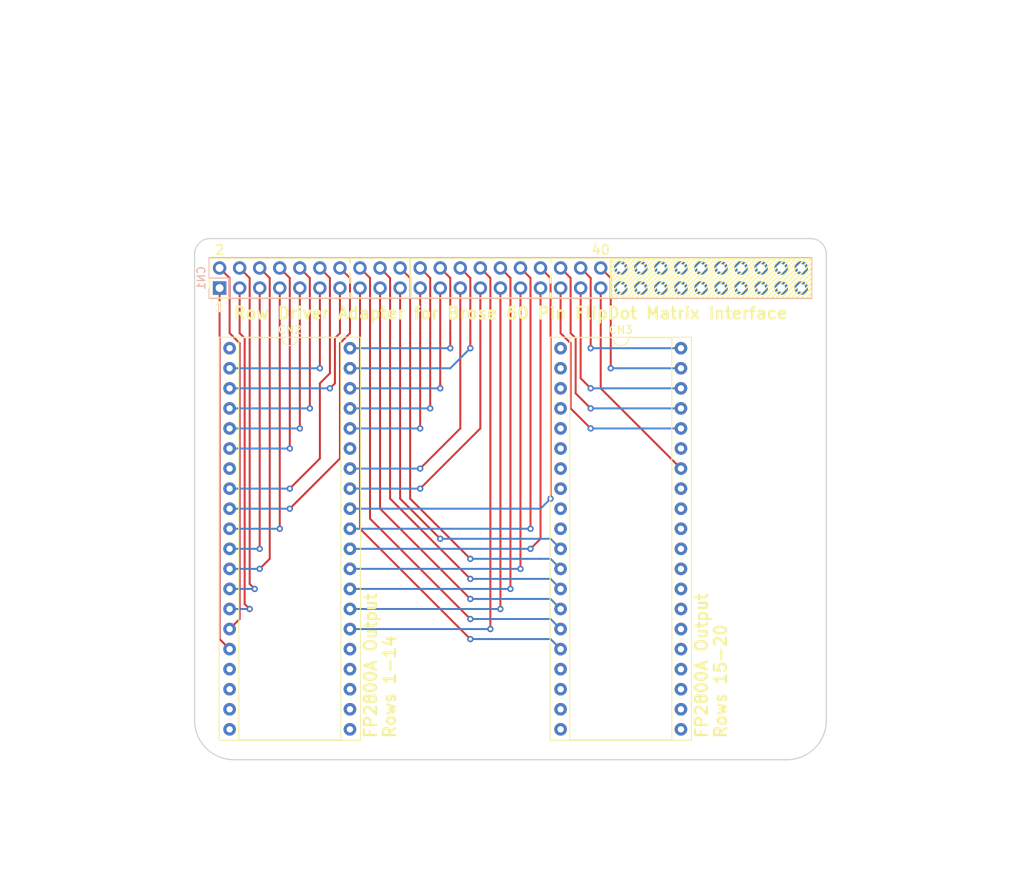
<source format=kicad_pcb>
(kicad_pcb (version 20171130) (host pcbnew "(5.0.0)")

  (general
    (thickness 1.6)
    (drawings 95)
    (tracks 260)
    (zones 0)
    (modules 6)
    (nets 101)
  )

  (page A4)
  (layers
    (0 F.Cu signal)
    (31 B.Cu signal)
    (32 B.Adhes user)
    (33 F.Adhes user)
    (34 B.Paste user)
    (35 F.Paste user)
    (36 B.SilkS user)
    (37 F.SilkS user)
    (38 B.Mask user)
    (39 F.Mask user)
    (40 Dwgs.User user)
    (41 Cmts.User user)
    (42 Eco1.User user)
    (43 Eco2.User user)
    (44 Edge.Cuts user)
    (45 Margin user)
    (46 B.CrtYd user hide)
    (47 F.CrtYd user hide)
    (48 B.Fab user hide)
    (49 F.Fab user hide)
  )

  (setup
    (last_trace_width 0.25)
    (trace_clearance 0.2)
    (zone_clearance 0.508)
    (zone_45_only no)
    (trace_min 0.2)
    (segment_width 0.2)
    (edge_width 0.15)
    (via_size 0.8)
    (via_drill 0.4)
    (via_min_size 0.4)
    (via_min_drill 0.3)
    (uvia_size 0.3)
    (uvia_drill 0.1)
    (uvias_allowed no)
    (uvia_min_size 0.2)
    (uvia_min_drill 0.1)
    (pcb_text_width 0.3)
    (pcb_text_size 1.5 1.5)
    (mod_edge_width 0.15)
    (mod_text_size 1 1)
    (mod_text_width 0.15)
    (pad_size 1.6 1.6)
    (pad_drill 0.8)
    (pad_to_mask_clearance 0.2)
    (aux_axis_origin 0 0)
    (grid_origin 107.95 82.55)
    (visible_elements 7FFFFFFF)
    (pcbplotparams
      (layerselection 0x010fc_ffffffff)
      (usegerberextensions false)
      (usegerberattributes false)
      (usegerberadvancedattributes false)
      (creategerberjobfile false)
      (excludeedgelayer true)
      (linewidth 0.100000)
      (plotframeref false)
      (viasonmask false)
      (mode 1)
      (useauxorigin false)
      (hpglpennumber 1)
      (hpglpenspeed 20)
      (hpglpendiameter 15.000000)
      (psnegative false)
      (psa4output false)
      (plotreference true)
      (plotvalue true)
      (plotinvisibletext false)
      (padsonsilk false)
      (subtractmaskfromsilk false)
      (outputformat 1)
      (mirror false)
      (drillshape 1)
      (scaleselection 1)
      (outputdirectory ""))
  )

  (net 0 "")
  (net 1 "Net-(CN1-Pad60)")
  (net 2 "Net-(CN1-Pad59)")
  (net 3 "Net-(CN1-Pad58)")
  (net 4 "Net-(CN1-Pad57)")
  (net 5 "Net-(CN1-Pad56)")
  (net 6 "Net-(CN1-Pad55)")
  (net 7 "Net-(CN1-Pad54)")
  (net 8 "Net-(CN1-Pad53)")
  (net 9 "Net-(CN1-Pad52)")
  (net 10 "Net-(CN1-Pad51)")
  (net 11 "Net-(CN1-Pad50)")
  (net 12 "Net-(CN1-Pad49)")
  (net 13 "Net-(CN1-Pad48)")
  (net 14 "Net-(CN1-Pad47)")
  (net 15 "Net-(CN1-Pad46)")
  (net 16 "Net-(CN1-Pad45)")
  (net 17 "Net-(CN1-Pad44)")
  (net 18 "Net-(CN1-Pad43)")
  (net 19 "Net-(CN1-Pad42)")
  (net 20 "Net-(CN1-Pad41)")
  (net 21 "Net-(CN1-Pad40)")
  (net 22 "Net-(CN1-Pad39)")
  (net 23 "Net-(CN1-Pad38)")
  (net 24 "Net-(CN1-Pad37)")
  (net 25 "Net-(CN1-Pad36)")
  (net 26 "Net-(CN1-Pad35)")
  (net 27 "Net-(CN1-Pad34)")
  (net 28 "Net-(CN1-Pad33)")
  (net 29 "Net-(CN1-Pad32)")
  (net 30 "Net-(CN1-Pad31)")
  (net 31 "Net-(CN1-Pad30)")
  (net 32 "Net-(CN1-Pad29)")
  (net 33 "Net-(CN1-Pad28)")
  (net 34 "Net-(CN1-Pad27)")
  (net 35 "Net-(CN1-Pad26)")
  (net 36 "Net-(CN1-Pad25)")
  (net 37 "Net-(CN1-Pad24)")
  (net 38 "Net-(CN1-Pad23)")
  (net 39 "Net-(CN1-Pad22)")
  (net 40 "Net-(CN1-Pad21)")
  (net 41 "Net-(CN1-Pad20)")
  (net 42 "Net-(CN1-Pad19)")
  (net 43 "Net-(CN1-Pad18)")
  (net 44 "Net-(CN1-Pad17)")
  (net 45 "Net-(CN1-Pad16)")
  (net 46 "Net-(CN1-Pad15)")
  (net 47 "Net-(CN1-Pad14)")
  (net 48 "Net-(CN1-Pad13)")
  (net 49 "Net-(CN1-Pad12)")
  (net 50 "Net-(CN1-Pad11)")
  (net 51 "Net-(CN1-Pad10)")
  (net 52 "Net-(CN1-Pad9)")
  (net 53 "Net-(CN1-Pad8)")
  (net 54 "Net-(CN1-Pad7)")
  (net 55 "Net-(CN1-Pad6)")
  (net 56 "Net-(CN1-Pad5)")
  (net 57 "Net-(CN1-Pad4)")
  (net 58 "Net-(CN1-Pad3)")
  (net 59 "Net-(CN1-Pad2)")
  (net 60 "Net-(CN1-Pad1)")
  (net 61 "Net-(CN2-Pad20)")
  (net 62 "Net-(CN2-Pad19)")
  (net 63 "Net-(CN2-Pad18)")
  (net 64 "Net-(CN2-Pad17)")
  (net 65 "Net-(CN2-Pad35)")
  (net 66 "Net-(CN2-Pad7)")
  (net 67 "Net-(CN2-Pad25)")
  (net 68 "Net-(CN2-Pad24)")
  (net 69 "Net-(CN2-Pad23)")
  (net 70 "Net-(CN2-Pad22)")
  (net 71 "Net-(CN2-Pad21)")
  (net 72 "Net-(CN2-Pad1)")
  (net 73 "Net-(CN3-Pad1)")
  (net 74 "Net-(CN3-Pad21)")
  (net 75 "Net-(CN3-Pad2)")
  (net 76 "Net-(CN3-Pad22)")
  (net 77 "Net-(CN3-Pad3)")
  (net 78 "Net-(CN3-Pad23)")
  (net 79 "Net-(CN3-Pad4)")
  (net 80 "Net-(CN3-Pad24)")
  (net 81 "Net-(CN3-Pad5)")
  (net 82 "Net-(CN3-Pad25)")
  (net 83 "Net-(CN3-Pad6)")
  (net 84 "Net-(CN3-Pad26)")
  (net 85 "Net-(CN3-Pad7)")
  (net 86 "Net-(CN3-Pad27)")
  (net 87 "Net-(CN3-Pad8)")
  (net 88 "Net-(CN3-Pad28)")
  (net 89 "Net-(CN3-Pad9)")
  (net 90 "Net-(CN3-Pad29)")
  (net 91 "Net-(CN3-Pad10)")
  (net 92 "Net-(CN3-Pad30)")
  (net 93 "Net-(CN3-Pad31)")
  (net 94 "Net-(CN3-Pad32)")
  (net 95 "Net-(CN3-Pad33)")
  (net 96 "Net-(CN3-Pad35)")
  (net 97 "Net-(CN3-Pad17)")
  (net 98 "Net-(CN3-Pad18)")
  (net 99 "Net-(CN3-Pad19)")
  (net 100 "Net-(CN3-Pad20)")

  (net_class Default "Dies ist die voreingestellte Netzklasse."
    (clearance 0.2)
    (trace_width 0.25)
    (via_dia 0.8)
    (via_drill 0.4)
    (uvia_dia 0.3)
    (uvia_drill 0.1)
    (add_net "Net-(CN1-Pad1)")
    (add_net "Net-(CN1-Pad10)")
    (add_net "Net-(CN1-Pad11)")
    (add_net "Net-(CN1-Pad12)")
    (add_net "Net-(CN1-Pad13)")
    (add_net "Net-(CN1-Pad14)")
    (add_net "Net-(CN1-Pad15)")
    (add_net "Net-(CN1-Pad16)")
    (add_net "Net-(CN1-Pad17)")
    (add_net "Net-(CN1-Pad18)")
    (add_net "Net-(CN1-Pad19)")
    (add_net "Net-(CN1-Pad2)")
    (add_net "Net-(CN1-Pad20)")
    (add_net "Net-(CN1-Pad21)")
    (add_net "Net-(CN1-Pad22)")
    (add_net "Net-(CN1-Pad23)")
    (add_net "Net-(CN1-Pad24)")
    (add_net "Net-(CN1-Pad25)")
    (add_net "Net-(CN1-Pad26)")
    (add_net "Net-(CN1-Pad27)")
    (add_net "Net-(CN1-Pad28)")
    (add_net "Net-(CN1-Pad29)")
    (add_net "Net-(CN1-Pad3)")
    (add_net "Net-(CN1-Pad30)")
    (add_net "Net-(CN1-Pad31)")
    (add_net "Net-(CN1-Pad32)")
    (add_net "Net-(CN1-Pad33)")
    (add_net "Net-(CN1-Pad34)")
    (add_net "Net-(CN1-Pad35)")
    (add_net "Net-(CN1-Pad36)")
    (add_net "Net-(CN1-Pad37)")
    (add_net "Net-(CN1-Pad38)")
    (add_net "Net-(CN1-Pad39)")
    (add_net "Net-(CN1-Pad4)")
    (add_net "Net-(CN1-Pad40)")
    (add_net "Net-(CN1-Pad41)")
    (add_net "Net-(CN1-Pad42)")
    (add_net "Net-(CN1-Pad43)")
    (add_net "Net-(CN1-Pad44)")
    (add_net "Net-(CN1-Pad45)")
    (add_net "Net-(CN1-Pad46)")
    (add_net "Net-(CN1-Pad47)")
    (add_net "Net-(CN1-Pad48)")
    (add_net "Net-(CN1-Pad49)")
    (add_net "Net-(CN1-Pad5)")
    (add_net "Net-(CN1-Pad50)")
    (add_net "Net-(CN1-Pad51)")
    (add_net "Net-(CN1-Pad52)")
    (add_net "Net-(CN1-Pad53)")
    (add_net "Net-(CN1-Pad54)")
    (add_net "Net-(CN1-Pad55)")
    (add_net "Net-(CN1-Pad56)")
    (add_net "Net-(CN1-Pad57)")
    (add_net "Net-(CN1-Pad58)")
    (add_net "Net-(CN1-Pad59)")
    (add_net "Net-(CN1-Pad6)")
    (add_net "Net-(CN1-Pad60)")
    (add_net "Net-(CN1-Pad7)")
    (add_net "Net-(CN1-Pad8)")
    (add_net "Net-(CN1-Pad9)")
    (add_net "Net-(CN2-Pad1)")
    (add_net "Net-(CN2-Pad17)")
    (add_net "Net-(CN2-Pad18)")
    (add_net "Net-(CN2-Pad19)")
    (add_net "Net-(CN2-Pad20)")
    (add_net "Net-(CN2-Pad21)")
    (add_net "Net-(CN2-Pad22)")
    (add_net "Net-(CN2-Pad23)")
    (add_net "Net-(CN2-Pad24)")
    (add_net "Net-(CN2-Pad25)")
    (add_net "Net-(CN2-Pad35)")
    (add_net "Net-(CN2-Pad7)")
    (add_net "Net-(CN3-Pad1)")
    (add_net "Net-(CN3-Pad10)")
    (add_net "Net-(CN3-Pad17)")
    (add_net "Net-(CN3-Pad18)")
    (add_net "Net-(CN3-Pad19)")
    (add_net "Net-(CN3-Pad2)")
    (add_net "Net-(CN3-Pad20)")
    (add_net "Net-(CN3-Pad21)")
    (add_net "Net-(CN3-Pad22)")
    (add_net "Net-(CN3-Pad23)")
    (add_net "Net-(CN3-Pad24)")
    (add_net "Net-(CN3-Pad25)")
    (add_net "Net-(CN3-Pad26)")
    (add_net "Net-(CN3-Pad27)")
    (add_net "Net-(CN3-Pad28)")
    (add_net "Net-(CN3-Pad29)")
    (add_net "Net-(CN3-Pad3)")
    (add_net "Net-(CN3-Pad30)")
    (add_net "Net-(CN3-Pad31)")
    (add_net "Net-(CN3-Pad32)")
    (add_net "Net-(CN3-Pad33)")
    (add_net "Net-(CN3-Pad35)")
    (add_net "Net-(CN3-Pad4)")
    (add_net "Net-(CN3-Pad5)")
    (add_net "Net-(CN3-Pad6)")
    (add_net "Net-(CN3-Pad7)")
    (add_net "Net-(CN3-Pad8)")
    (add_net "Net-(CN3-Pad9)")
  )

  (module Mounting_Holes:MountingHole_3.2mm_M3 (layer F.Cu) (tedit 5B830642) (tstamp 5B830822)
    (at 142.95 98.55)
    (descr "Mounting Hole 3.2mm, no annular, M3")
    (tags "mounting hole 3.2mm no annular m3")
    (attr virtual)
    (fp_text reference REF** (at 0 -4.2) (layer F.SilkS) hide
      (effects (font (size 1 1) (thickness 0.15)))
    )
    (fp_text value MountingHole_3.2mm_M3 (at 0 4.2) (layer F.Fab)
      (effects (font (size 1 1) (thickness 0.15)))
    )
    (fp_circle (center 0 0) (end 3.45 0) (layer F.CrtYd) (width 0.05))
    (fp_circle (center 0 0) (end 3.2 0) (layer Cmts.User) (width 0.15))
    (fp_text user %R (at 0.3 0) (layer F.Fab)
      (effects (font (size 1 1) (thickness 0.15)))
    )
    (pad 1 np_thru_hole circle (at 0 0) (size 3.2 3.2) (drill 3.2) (layers *.Cu *.Mask))
  )

  (module Mounting_Holes:MountingHole_3.2mm_M3 (layer F.Cu) (tedit 5B830634) (tstamp 5B8305E4)
    (at 102.95 138.55)
    (descr "Mounting Hole 3.2mm, no annular, M3")
    (tags "mounting hole 3.2mm no annular m3")
    (attr virtual)
    (fp_text reference REF** (at 0 -4.2) (layer F.SilkS) hide
      (effects (font (size 1 1) (thickness 0.15)))
    )
    (fp_text value MountingHole_3.2mm_M3 (at 0 4.2) (layer F.Fab)
      (effects (font (size 1 1) (thickness 0.15)))
    )
    (fp_circle (center 0 0) (end 3.45 0) (layer F.CrtYd) (width 0.05))
    (fp_circle (center 0 0) (end 3.2 0) (layer Cmts.User) (width 0.15))
    (fp_text user %R (at 0.3 0) (layer F.Fab)
      (effects (font (size 1 1) (thickness 0.15)))
    )
    (pad 1 np_thru_hole circle (at 0 0) (size 3.2 3.2) (drill 3.2) (layers *.Cu *.Mask))
  )

  (module Socket_Strips:Socket_Strip_Straight_2x30_Pitch2.54mm (layer B.Cu) (tedit 58CD544B) (tstamp 5B82DBE9)
    (at 71.12 83.82 270)
    (descr "Through hole straight socket strip, 2x30, 2.54mm pitch, double rows")
    (tags "Through hole socket strip THT 2x30 2.54mm double row")
    (path /5B82C747)
    (fp_text reference CN1 (at -1.27 2.33 270) (layer B.SilkS)
      (effects (font (size 1 1) (thickness 0.15)) (justify mirror))
    )
    (fp_text value Conn_02x30_Odd_Even (at -1.27 -75.99 270) (layer B.Fab)
      (effects (font (size 1 1) (thickness 0.15)) (justify mirror))
    )
    (fp_line (start -3.81 1.27) (end -3.81 -74.93) (layer B.Fab) (width 0.1))
    (fp_line (start -3.81 -74.93) (end 1.27 -74.93) (layer B.Fab) (width 0.1))
    (fp_line (start 1.27 -74.93) (end 1.27 1.27) (layer B.Fab) (width 0.1))
    (fp_line (start 1.27 1.27) (end -3.81 1.27) (layer B.Fab) (width 0.1))
    (fp_line (start 1.33 -1.27) (end 1.33 -74.99) (layer B.SilkS) (width 0.12))
    (fp_line (start 1.33 -74.99) (end -3.87 -74.99) (layer B.SilkS) (width 0.12))
    (fp_line (start -3.87 -74.99) (end -3.87 1.33) (layer B.SilkS) (width 0.12))
    (fp_line (start -3.87 1.33) (end -1.27 1.33) (layer B.SilkS) (width 0.12))
    (fp_line (start -1.27 1.33) (end -1.27 -1.27) (layer B.SilkS) (width 0.12))
    (fp_line (start -1.27 -1.27) (end 1.33 -1.27) (layer B.SilkS) (width 0.12))
    (fp_line (start 1.33 0) (end 1.33 1.33) (layer B.SilkS) (width 0.12))
    (fp_line (start 1.33 1.33) (end 0.06 1.33) (layer B.SilkS) (width 0.12))
    (fp_line (start -4.35 1.8) (end -4.35 -75.45) (layer B.CrtYd) (width 0.05))
    (fp_line (start -4.35 -75.45) (end 1.8 -75.45) (layer B.CrtYd) (width 0.05))
    (fp_line (start 1.8 -75.45) (end 1.8 1.8) (layer B.CrtYd) (width 0.05))
    (fp_line (start 1.8 1.8) (end -4.35 1.8) (layer B.CrtYd) (width 0.05))
    (fp_text user %R (at -1.27 2.33 270) (layer B.Fab)
      (effects (font (size 1 1) (thickness 0.15)) (justify mirror))
    )
    (pad 1 thru_hole rect (at 0 0 270) (size 1.7 1.7) (drill 1) (layers *.Cu *.Mask)
      (net 60 "Net-(CN1-Pad1)"))
    (pad 2 thru_hole oval (at -2.54 0 270) (size 1.7 1.7) (drill 1) (layers *.Cu *.Mask)
      (net 59 "Net-(CN1-Pad2)"))
    (pad 3 thru_hole oval (at 0 -2.54 270) (size 1.7 1.7) (drill 1) (layers *.Cu *.Mask)
      (net 58 "Net-(CN1-Pad3)"))
    (pad 4 thru_hole oval (at -2.54 -2.54 270) (size 1.7 1.7) (drill 1) (layers *.Cu *.Mask)
      (net 57 "Net-(CN1-Pad4)"))
    (pad 5 thru_hole oval (at 0 -5.08 270) (size 1.7 1.7) (drill 1) (layers *.Cu *.Mask)
      (net 56 "Net-(CN1-Pad5)"))
    (pad 6 thru_hole oval (at -2.54 -5.08 270) (size 1.7 1.7) (drill 1) (layers *.Cu *.Mask)
      (net 55 "Net-(CN1-Pad6)"))
    (pad 7 thru_hole oval (at 0 -7.62 270) (size 1.7 1.7) (drill 1) (layers *.Cu *.Mask)
      (net 54 "Net-(CN1-Pad7)"))
    (pad 8 thru_hole oval (at -2.54 -7.62 270) (size 1.7 1.7) (drill 1) (layers *.Cu *.Mask)
      (net 53 "Net-(CN1-Pad8)"))
    (pad 9 thru_hole oval (at 0 -10.16 270) (size 1.7 1.7) (drill 1) (layers *.Cu *.Mask)
      (net 52 "Net-(CN1-Pad9)"))
    (pad 10 thru_hole oval (at -2.54 -10.16 270) (size 1.7 1.7) (drill 1) (layers *.Cu *.Mask)
      (net 51 "Net-(CN1-Pad10)"))
    (pad 11 thru_hole oval (at 0 -12.7 270) (size 1.7 1.7) (drill 1) (layers *.Cu *.Mask)
      (net 50 "Net-(CN1-Pad11)"))
    (pad 12 thru_hole oval (at -2.54 -12.7 270) (size 1.7 1.7) (drill 1) (layers *.Cu *.Mask)
      (net 49 "Net-(CN1-Pad12)"))
    (pad 13 thru_hole oval (at 0 -15.24 270) (size 1.7 1.7) (drill 1) (layers *.Cu *.Mask)
      (net 48 "Net-(CN1-Pad13)"))
    (pad 14 thru_hole oval (at -2.54 -15.24 270) (size 1.7 1.7) (drill 1) (layers *.Cu *.Mask)
      (net 47 "Net-(CN1-Pad14)"))
    (pad 15 thru_hole oval (at 0 -17.78 270) (size 1.7 1.7) (drill 1) (layers *.Cu *.Mask)
      (net 46 "Net-(CN1-Pad15)"))
    (pad 16 thru_hole oval (at -2.54 -17.78 270) (size 1.7 1.7) (drill 1) (layers *.Cu *.Mask)
      (net 45 "Net-(CN1-Pad16)"))
    (pad 17 thru_hole oval (at 0 -20.32 270) (size 1.7 1.7) (drill 1) (layers *.Cu *.Mask)
      (net 44 "Net-(CN1-Pad17)"))
    (pad 18 thru_hole oval (at -2.54 -20.32 270) (size 1.7 1.7) (drill 1) (layers *.Cu *.Mask)
      (net 43 "Net-(CN1-Pad18)"))
    (pad 19 thru_hole oval (at 0 -22.86 270) (size 1.7 1.7) (drill 1) (layers *.Cu *.Mask)
      (net 42 "Net-(CN1-Pad19)"))
    (pad 20 thru_hole oval (at -2.54 -22.86 270) (size 1.7 1.7) (drill 1) (layers *.Cu *.Mask)
      (net 41 "Net-(CN1-Pad20)"))
    (pad 21 thru_hole oval (at 0 -25.4 270) (size 1.7 1.7) (drill 1) (layers *.Cu *.Mask)
      (net 40 "Net-(CN1-Pad21)"))
    (pad 22 thru_hole oval (at -2.54 -25.4 270) (size 1.7 1.7) (drill 1) (layers *.Cu *.Mask)
      (net 39 "Net-(CN1-Pad22)"))
    (pad 23 thru_hole oval (at 0 -27.94 270) (size 1.7 1.7) (drill 1) (layers *.Cu *.Mask)
      (net 38 "Net-(CN1-Pad23)"))
    (pad 24 thru_hole oval (at -2.54 -27.94 270) (size 1.7 1.7) (drill 1) (layers *.Cu *.Mask)
      (net 37 "Net-(CN1-Pad24)"))
    (pad 25 thru_hole oval (at 0 -30.48 270) (size 1.7 1.7) (drill 1) (layers *.Cu *.Mask)
      (net 36 "Net-(CN1-Pad25)"))
    (pad 26 thru_hole oval (at -2.54 -30.48 270) (size 1.7 1.7) (drill 1) (layers *.Cu *.Mask)
      (net 35 "Net-(CN1-Pad26)"))
    (pad 27 thru_hole oval (at 0 -33.02 270) (size 1.7 1.7) (drill 1) (layers *.Cu *.Mask)
      (net 34 "Net-(CN1-Pad27)"))
    (pad 28 thru_hole oval (at -2.54 -33.02 270) (size 1.7 1.7) (drill 1) (layers *.Cu *.Mask)
      (net 33 "Net-(CN1-Pad28)"))
    (pad 29 thru_hole oval (at 0 -35.56 270) (size 1.7 1.7) (drill 1) (layers *.Cu *.Mask)
      (net 32 "Net-(CN1-Pad29)"))
    (pad 30 thru_hole oval (at -2.54 -35.56 270) (size 1.7 1.7) (drill 1) (layers *.Cu *.Mask)
      (net 31 "Net-(CN1-Pad30)"))
    (pad 31 thru_hole oval (at 0 -38.1 270) (size 1.7 1.7) (drill 1) (layers *.Cu *.Mask)
      (net 30 "Net-(CN1-Pad31)"))
    (pad 32 thru_hole oval (at -2.54 -38.1 270) (size 1.7 1.7) (drill 1) (layers *.Cu *.Mask)
      (net 29 "Net-(CN1-Pad32)"))
    (pad 33 thru_hole oval (at 0 -40.64 270) (size 1.7 1.7) (drill 1) (layers *.Cu *.Mask)
      (net 28 "Net-(CN1-Pad33)"))
    (pad 34 thru_hole oval (at -2.54 -40.64 270) (size 1.7 1.7) (drill 1) (layers *.Cu *.Mask)
      (net 27 "Net-(CN1-Pad34)"))
    (pad 35 thru_hole oval (at 0 -43.18 270) (size 1.7 1.7) (drill 1) (layers *.Cu *.Mask)
      (net 26 "Net-(CN1-Pad35)"))
    (pad 36 thru_hole oval (at -2.54 -43.18 270) (size 1.7 1.7) (drill 1) (layers *.Cu *.Mask)
      (net 25 "Net-(CN1-Pad36)"))
    (pad 37 thru_hole oval (at 0 -45.72 270) (size 1.7 1.7) (drill 1) (layers *.Cu *.Mask)
      (net 24 "Net-(CN1-Pad37)"))
    (pad 38 thru_hole oval (at -2.54 -45.72 270) (size 1.7 1.7) (drill 1) (layers *.Cu *.Mask)
      (net 23 "Net-(CN1-Pad38)"))
    (pad 39 thru_hole oval (at 0 -48.26 270) (size 1.7 1.7) (drill 1) (layers *.Cu *.Mask)
      (net 22 "Net-(CN1-Pad39)"))
    (pad 40 thru_hole oval (at -2.54 -48.26 270) (size 1.7 1.7) (drill 1) (layers *.Cu *.Mask)
      (net 21 "Net-(CN1-Pad40)"))
    (pad 41 thru_hole oval (at 0 -50.8 270) (size 1.7 1.7) (drill 1) (layers *.Cu *.Mask)
      (net 20 "Net-(CN1-Pad41)"))
    (pad 42 thru_hole oval (at -2.54 -50.8 270) (size 1.7 1.7) (drill 1) (layers *.Cu *.Mask)
      (net 19 "Net-(CN1-Pad42)"))
    (pad 43 thru_hole oval (at 0 -53.34 270) (size 1.7 1.7) (drill 1) (layers *.Cu *.Mask)
      (net 18 "Net-(CN1-Pad43)"))
    (pad 44 thru_hole oval (at -2.54 -53.34 270) (size 1.7 1.7) (drill 1) (layers *.Cu *.Mask)
      (net 17 "Net-(CN1-Pad44)"))
    (pad 45 thru_hole oval (at 0 -55.88 270) (size 1.7 1.7) (drill 1) (layers *.Cu *.Mask)
      (net 16 "Net-(CN1-Pad45)"))
    (pad 46 thru_hole oval (at -2.54 -55.88 270) (size 1.7 1.7) (drill 1) (layers *.Cu *.Mask)
      (net 15 "Net-(CN1-Pad46)"))
    (pad 47 thru_hole oval (at 0 -58.42 270) (size 1.7 1.7) (drill 1) (layers *.Cu *.Mask)
      (net 14 "Net-(CN1-Pad47)"))
    (pad 48 thru_hole oval (at -2.54 -58.42 270) (size 1.7 1.7) (drill 1) (layers *.Cu *.Mask)
      (net 13 "Net-(CN1-Pad48)"))
    (pad 49 thru_hole oval (at 0 -60.96 270) (size 1.7 1.7) (drill 1) (layers *.Cu *.Mask)
      (net 12 "Net-(CN1-Pad49)"))
    (pad 50 thru_hole oval (at -2.54 -60.96 270) (size 1.7 1.7) (drill 1) (layers *.Cu *.Mask)
      (net 11 "Net-(CN1-Pad50)"))
    (pad 51 thru_hole oval (at 0 -63.5 270) (size 1.7 1.7) (drill 1) (layers *.Cu *.Mask)
      (net 10 "Net-(CN1-Pad51)"))
    (pad 52 thru_hole oval (at -2.54 -63.5 270) (size 1.7 1.7) (drill 1) (layers *.Cu *.Mask)
      (net 9 "Net-(CN1-Pad52)"))
    (pad 53 thru_hole oval (at 0 -66.04 270) (size 1.7 1.7) (drill 1) (layers *.Cu *.Mask)
      (net 8 "Net-(CN1-Pad53)"))
    (pad 54 thru_hole oval (at -2.54 -66.04 270) (size 1.7 1.7) (drill 1) (layers *.Cu *.Mask)
      (net 7 "Net-(CN1-Pad54)"))
    (pad 55 thru_hole oval (at 0 -68.58 270) (size 1.7 1.7) (drill 1) (layers *.Cu *.Mask)
      (net 6 "Net-(CN1-Pad55)"))
    (pad 56 thru_hole oval (at -2.54 -68.58 270) (size 1.7 1.7) (drill 1) (layers *.Cu *.Mask)
      (net 5 "Net-(CN1-Pad56)"))
    (pad 57 thru_hole oval (at 0 -71.12 270) (size 1.7 1.7) (drill 1) (layers *.Cu *.Mask)
      (net 4 "Net-(CN1-Pad57)"))
    (pad 58 thru_hole oval (at -2.54 -71.12 270) (size 1.7 1.7) (drill 1) (layers *.Cu *.Mask)
      (net 3 "Net-(CN1-Pad58)"))
    (pad 59 thru_hole oval (at 0 -73.66 270) (size 1.7 1.7) (drill 1) (layers *.Cu *.Mask)
      (net 2 "Net-(CN1-Pad59)"))
    (pad 60 thru_hole oval (at -2.54 -73.66 270) (size 1.7 1.7) (drill 1) (layers *.Cu *.Mask)
      (net 1 "Net-(CN1-Pad60)"))
    (model ${KISYS3DMOD}/Socket_Strips.3dshapes/Socket_Strip_Straight_2x30_Pitch2.54mm.wrl
      (offset (xyz -1.27 -36.83 0))
      (scale (xyz 1 1 1))
      (rotate (xyz 0 0 90))
    )
  )

  (module Housings_DIP:DIP-40_W15.24mm_Socket (layer F.Cu) (tedit 5B82ECC4) (tstamp 5B85B5CE)
    (at 72.39 91.44)
    (descr "40-lead though-hole mounted DIP package, row spacing 15.24 mm (600 mils), Socket")
    (tags "THT DIP DIL PDIP 2.54mm 15.24mm 600mil Socket")
    (path /5B82C6BE)
    (fp_text reference CN2 (at 7.62 -2.33) (layer F.SilkS)
      (effects (font (size 1 1) (thickness 0.15)))
    )
    (fp_text value FP2800A (at 7.62 50.59) (layer F.Fab)
      (effects (font (size 1 1) (thickness 0.15)))
    )
    (fp_text user %R (at 7.62 24.13) (layer F.Fab)
      (effects (font (size 1 1) (thickness 0.15)))
    )
    (fp_line (start 16.8 -1.6) (end -1.55 -1.6) (layer F.CrtYd) (width 0.05))
    (fp_line (start 16.8 49.85) (end 16.8 -1.6) (layer F.CrtYd) (width 0.05))
    (fp_line (start -1.55 49.85) (end 16.8 49.85) (layer F.CrtYd) (width 0.05))
    (fp_line (start -1.55 -1.6) (end -1.55 49.85) (layer F.CrtYd) (width 0.05))
    (fp_line (start 16.57 -1.39) (end -1.33 -1.39) (layer F.SilkS) (width 0.12))
    (fp_line (start 16.57 49.65) (end 16.57 -1.39) (layer F.SilkS) (width 0.12))
    (fp_line (start -1.33 49.65) (end 16.57 49.65) (layer F.SilkS) (width 0.12))
    (fp_line (start -1.33 -1.39) (end -1.33 49.65) (layer F.SilkS) (width 0.12))
    (fp_line (start 14.08 -1.33) (end 8.62 -1.33) (layer F.SilkS) (width 0.12))
    (fp_line (start 14.08 49.59) (end 14.08 -1.33) (layer F.SilkS) (width 0.12))
    (fp_line (start 1.16 49.59) (end 14.08 49.59) (layer F.SilkS) (width 0.12))
    (fp_line (start 1.16 -1.33) (end 1.16 49.59) (layer F.SilkS) (width 0.12))
    (fp_line (start 6.62 -1.33) (end 1.16 -1.33) (layer F.SilkS) (width 0.12))
    (fp_line (start 16.51 -1.33) (end -1.27 -1.33) (layer F.Fab) (width 0.1))
    (fp_line (start 16.51 49.59) (end 16.51 -1.33) (layer F.Fab) (width 0.1))
    (fp_line (start -1.27 49.59) (end 16.51 49.59) (layer F.Fab) (width 0.1))
    (fp_line (start -1.27 -1.33) (end -1.27 49.59) (layer F.Fab) (width 0.1))
    (fp_line (start 0.255 -0.27) (end 1.255 -1.27) (layer F.Fab) (width 0.1))
    (fp_line (start 0.255 49.53) (end 0.255 -0.27) (layer F.Fab) (width 0.1))
    (fp_line (start 14.985 49.53) (end 0.255 49.53) (layer F.Fab) (width 0.1))
    (fp_line (start 14.985 -1.27) (end 14.985 49.53) (layer F.Fab) (width 0.1))
    (fp_line (start 1.255 -1.27) (end 14.985 -1.27) (layer F.Fab) (width 0.1))
    (fp_arc (start 7.62 -1.33) (end 6.62 -1.33) (angle -180) (layer F.SilkS) (width 0.12))
    (pad 40 thru_hole oval (at 15.24 0) (size 1.6 1.6) (drill 0.8) (layers *.Cu *.Mask)
      (net 37 "Net-(CN1-Pad24)"))
    (pad 20 thru_hole oval (at 0 48.26) (size 1.6 1.6) (drill 0.8) (layers *.Cu *.Mask)
      (net 61 "Net-(CN2-Pad20)"))
    (pad 39 thru_hole oval (at 15.24 2.54) (size 1.6 1.6) (drill 0.8) (layers *.Cu *.Mask)
      (net 35 "Net-(CN1-Pad26)"))
    (pad 19 thru_hole oval (at 0 45.72) (size 1.6 1.6) (drill 0.8) (layers *.Cu *.Mask)
      (net 62 "Net-(CN2-Pad19)"))
    (pad 38 thru_hole oval (at 15.24 5.08) (size 1.6 1.6) (drill 0.8) (layers *.Cu *.Mask)
      (net 38 "Net-(CN1-Pad23)"))
    (pad 18 thru_hole oval (at 0 43.18) (size 1.6 1.6) (drill 0.8) (layers *.Cu *.Mask)
      (net 63 "Net-(CN2-Pad18)"))
    (pad 37 thru_hole oval (at 15.24 7.62) (size 1.6 1.6) (drill 0.8) (layers *.Cu *.Mask)
      (net 39 "Net-(CN1-Pad22)"))
    (pad 17 thru_hole oval (at 0 40.64) (size 1.6 1.6) (drill 0.8) (layers *.Cu *.Mask)
      (net 64 "Net-(CN2-Pad17)"))
    (pad 36 thru_hole oval (at 15.24 10.16) (size 1.6 1.6) (drill 0.8) (layers *.Cu *.Mask)
      (net 40 "Net-(CN1-Pad21)"))
    (pad 16 thru_hole oval (at 0 38.1) (size 1.6 1.6) (drill 0.8) (layers *.Cu *.Mask)
      (net 60 "Net-(CN1-Pad1)"))
    (pad 35 thru_hole oval (at 15.24 12.7) (size 1.6 1.6) (drill 0.8) (layers *.Cu *.Mask)
      (net 65 "Net-(CN2-Pad35)"))
    (pad 15 thru_hole oval (at 0 35.56) (size 1.6 1.6) (drill 0.8) (layers *.Cu *.Mask)
      (net 59 "Net-(CN1-Pad2)"))
    (pad 34 thru_hole oval (at 15.24 15.24) (size 1.6 1.6) (drill 0.8) (layers *.Cu *.Mask)
      (net 36 "Net-(CN1-Pad25)"))
    (pad 14 thru_hole oval (at 0 33.02) (size 1.6 1.6) (drill 0.8) (layers *.Cu *.Mask)
      (net 58 "Net-(CN1-Pad3)"))
    (pad 33 thru_hole oval (at 15.24 17.78) (size 1.6 1.6) (drill 0.8) (layers *.Cu *.Mask)
      (net 34 "Net-(CN1-Pad27)"))
    (pad 13 thru_hole oval (at 0 30.48) (size 1.6 1.6) (drill 0.8) (layers *.Cu *.Mask)
      (net 57 "Net-(CN1-Pad4)"))
    (pad 32 thru_hole oval (at 15.24 20.32) (size 1.6 1.6) (drill 0.8) (layers *.Cu *.Mask)
      (net 27 "Net-(CN1-Pad34)"))
    (pad 12 thru_hole oval (at 0 27.94) (size 1.6 1.6) (drill 0.8) (layers *.Cu *.Mask)
      (net 55 "Net-(CN1-Pad6)"))
    (pad 31 thru_hole oval (at 15.24 22.86) (size 1.6 1.6) (drill 0.8) (layers *.Cu *.Mask)
      (net 29 "Net-(CN1-Pad32)"))
    (pad 11 thru_hole oval (at 0 25.4) (size 1.6 1.6) (drill 0.8) (layers *.Cu *.Mask)
      (net 56 "Net-(CN1-Pad5)"))
    (pad 30 thru_hole oval (at 15.24 25.4) (size 1.6 1.6) (drill 0.8) (layers *.Cu *.Mask)
      (net 28 "Net-(CN1-Pad33)"))
    (pad 10 thru_hole oval (at 0 22.86) (size 1.6 1.6) (drill 0.8) (layers *.Cu *.Mask)
      (net 54 "Net-(CN1-Pad7)"))
    (pad 29 thru_hole oval (at 15.24 27.94) (size 1.6 1.6) (drill 0.8) (layers *.Cu *.Mask)
      (net 30 "Net-(CN1-Pad31)"))
    (pad 9 thru_hole oval (at 0 20.32) (size 1.6 1.6) (drill 0.8) (layers *.Cu *.Mask)
      (net 47 "Net-(CN1-Pad14)"))
    (pad 28 thru_hole oval (at 15.24 30.48) (size 1.6 1.6) (drill 0.8) (layers *.Cu *.Mask)
      (net 31 "Net-(CN1-Pad30)"))
    (pad 8 thru_hole oval (at 0 17.78) (size 1.6 1.6) (drill 0.8) (layers *.Cu *.Mask)
      (net 49 "Net-(CN1-Pad12)"))
    (pad 27 thru_hole oval (at 15.24 33.02) (size 1.6 1.6) (drill 0.8) (layers *.Cu *.Mask)
      (net 32 "Net-(CN1-Pad29)"))
    (pad 7 thru_hole oval (at 0 15.24) (size 1.6 1.6) (drill 0.8) (layers *.Cu *.Mask)
      (net 66 "Net-(CN2-Pad7)"))
    (pad 26 thru_hole oval (at 15.24 35.56) (size 1.6 1.6) (drill 0.8) (layers *.Cu *.Mask)
      (net 33 "Net-(CN1-Pad28)"))
    (pad 6 thru_hole oval (at 0 12.7) (size 1.6 1.6) (drill 0.8) (layers *.Cu *.Mask)
      (net 53 "Net-(CN1-Pad8)"))
    (pad 25 thru_hole oval (at 15.24 38.1) (size 1.6 1.6) (drill 0.8) (layers *.Cu *.Mask)
      (net 67 "Net-(CN2-Pad25)"))
    (pad 5 thru_hole oval (at 0 10.16) (size 1.6 1.6) (drill 0.8) (layers *.Cu *.Mask)
      (net 52 "Net-(CN1-Pad9)"))
    (pad 24 thru_hole oval (at 15.24 40.64) (size 1.6 1.6) (drill 0.8) (layers *.Cu *.Mask)
      (net 68 "Net-(CN2-Pad24)"))
    (pad 4 thru_hole oval (at 0 7.62) (size 1.6 1.6) (drill 0.8) (layers *.Cu *.Mask)
      (net 51 "Net-(CN1-Pad10)"))
    (pad 23 thru_hole oval (at 15.24 43.18) (size 1.6 1.6) (drill 0.8) (layers *.Cu *.Mask)
      (net 69 "Net-(CN2-Pad23)"))
    (pad 3 thru_hole oval (at 0 5.08) (size 1.6 1.6) (drill 0.8) (layers *.Cu *.Mask)
      (net 48 "Net-(CN1-Pad13)"))
    (pad 22 thru_hole oval (at 15.24 45.72) (size 1.6 1.6) (drill 0.8) (layers *.Cu *.Mask)
      (net 70 "Net-(CN2-Pad22)"))
    (pad 2 thru_hole oval (at 0 2.54) (size 1.6 1.6) (drill 0.8) (layers *.Cu *.Mask)
      (net 50 "Net-(CN1-Pad11)"))
    (pad 21 thru_hole oval (at 15.24 48.26) (size 1.6 1.6) (drill 0.8) (layers *.Cu *.Mask)
      (net 71 "Net-(CN2-Pad21)"))
    (pad 1 thru_hole circle (at 0 0) (size 1.6 1.6) (drill 0.8) (layers *.Cu *.Mask)
      (net 72 "Net-(CN2-Pad1)"))
    (model ${KISYS3DMOD}/Housings_DIP.3dshapes/DIP-40_W15.24mm_Socket.wrl
      (at (xyz 0 0 0))
      (scale (xyz 1 1 1))
      (rotate (xyz 0 0 0))
    )
    (model ${KISYS3DMOD}/Socket_Strips.3dshapes/Socket_Strip_Straight_1x20_Pitch2.54mm.wrl
      (offset (xyz 0 -24.12999963760376 0))
      (scale (xyz 1 1 1))
      (rotate (xyz 0 0 90))
    )
    (model ${KISYS3DMOD}/Socket_Strips.3dshapes/Socket_Strip_Straight_1x20_Pitch2.54mm.wrl
      (offset (xyz 15.23999977111816 -24.12999963760376 0))
      (scale (xyz 1 1 1))
      (rotate (xyz 0 0 90))
    )
  )

  (module Housings_DIP:DIP-40_W15.24mm_Socket (layer F.Cu) (tedit 5B82ECA3) (tstamp 5B85B612)
    (at 114.3 91.44)
    (descr "40-lead though-hole mounted DIP package, row spacing 15.24 mm (600 mils), Socket")
    (tags "THT DIP DIL PDIP 2.54mm 15.24mm 600mil Socket")
    (path /5B82C7AE)
    (fp_text reference CN3 (at 7.62 -2.33) (layer F.SilkS)
      (effects (font (size 1 1) (thickness 0.15)))
    )
    (fp_text value FP2800A (at 7.62 50.59) (layer F.Fab)
      (effects (font (size 1 1) (thickness 0.15)))
    )
    (fp_arc (start 7.62 -1.33) (end 6.62 -1.33) (angle -180) (layer F.SilkS) (width 0.12))
    (fp_line (start 1.255 -1.27) (end 14.985 -1.27) (layer F.Fab) (width 0.1))
    (fp_line (start 14.985 -1.27) (end 14.985 49.53) (layer F.Fab) (width 0.1))
    (fp_line (start 14.985 49.53) (end 0.255 49.53) (layer F.Fab) (width 0.1))
    (fp_line (start 0.255 49.53) (end 0.255 -0.27) (layer F.Fab) (width 0.1))
    (fp_line (start 0.255 -0.27) (end 1.255 -1.27) (layer F.Fab) (width 0.1))
    (fp_line (start -1.27 -1.33) (end -1.27 49.59) (layer F.Fab) (width 0.1))
    (fp_line (start -1.27 49.59) (end 16.51 49.59) (layer F.Fab) (width 0.1))
    (fp_line (start 16.51 49.59) (end 16.51 -1.33) (layer F.Fab) (width 0.1))
    (fp_line (start 16.51 -1.33) (end -1.27 -1.33) (layer F.Fab) (width 0.1))
    (fp_line (start 6.62 -1.33) (end 1.16 -1.33) (layer F.SilkS) (width 0.12))
    (fp_line (start 1.16 -1.33) (end 1.16 49.59) (layer F.SilkS) (width 0.12))
    (fp_line (start 1.16 49.59) (end 14.08 49.59) (layer F.SilkS) (width 0.12))
    (fp_line (start 14.08 49.59) (end 14.08 -1.33) (layer F.SilkS) (width 0.12))
    (fp_line (start 14.08 -1.33) (end 8.62 -1.33) (layer F.SilkS) (width 0.12))
    (fp_line (start -1.33 -1.39) (end -1.33 49.65) (layer F.SilkS) (width 0.12))
    (fp_line (start -1.33 49.65) (end 16.57 49.65) (layer F.SilkS) (width 0.12))
    (fp_line (start 16.57 49.65) (end 16.57 -1.39) (layer F.SilkS) (width 0.12))
    (fp_line (start 16.57 -1.39) (end -1.33 -1.39) (layer F.SilkS) (width 0.12))
    (fp_line (start -1.55 -1.6) (end -1.55 49.85) (layer F.CrtYd) (width 0.05))
    (fp_line (start -1.55 49.85) (end 16.8 49.85) (layer F.CrtYd) (width 0.05))
    (fp_line (start 16.8 49.85) (end 16.8 -1.6) (layer F.CrtYd) (width 0.05))
    (fp_line (start 16.8 -1.6) (end -1.55 -1.6) (layer F.CrtYd) (width 0.05))
    (fp_text user %R (at 7.62 24.13) (layer F.Fab)
      (effects (font (size 1 1) (thickness 0.15)))
    )
    (pad 1 thru_hole circle (at 0 0) (size 1.6 1.6) (drill 0.8) (layers *.Cu *.Mask)
      (net 73 "Net-(CN3-Pad1)"))
    (pad 21 thru_hole oval (at 15.24 48.26) (size 1.6 1.6) (drill 0.8) (layers *.Cu *.Mask)
      (net 74 "Net-(CN3-Pad21)"))
    (pad 2 thru_hole oval (at 0 2.54) (size 1.6 1.6) (drill 0.8) (layers *.Cu *.Mask)
      (net 75 "Net-(CN3-Pad2)"))
    (pad 22 thru_hole oval (at 15.24 45.72) (size 1.6 1.6) (drill 0.8) (layers *.Cu *.Mask)
      (net 76 "Net-(CN3-Pad22)"))
    (pad 3 thru_hole oval (at 0 5.08) (size 1.6 1.6) (drill 0.8) (layers *.Cu *.Mask)
      (net 77 "Net-(CN3-Pad3)"))
    (pad 23 thru_hole oval (at 15.24 43.18) (size 1.6 1.6) (drill 0.8) (layers *.Cu *.Mask)
      (net 78 "Net-(CN3-Pad23)"))
    (pad 4 thru_hole oval (at 0 7.62) (size 1.6 1.6) (drill 0.8) (layers *.Cu *.Mask)
      (net 79 "Net-(CN3-Pad4)"))
    (pad 24 thru_hole oval (at 15.24 40.64) (size 1.6 1.6) (drill 0.8) (layers *.Cu *.Mask)
      (net 80 "Net-(CN3-Pad24)"))
    (pad 5 thru_hole oval (at 0 10.16) (size 1.6 1.6) (drill 0.8) (layers *.Cu *.Mask)
      (net 81 "Net-(CN3-Pad5)"))
    (pad 25 thru_hole oval (at 15.24 38.1) (size 1.6 1.6) (drill 0.8) (layers *.Cu *.Mask)
      (net 82 "Net-(CN3-Pad25)"))
    (pad 6 thru_hole oval (at 0 12.7) (size 1.6 1.6) (drill 0.8) (layers *.Cu *.Mask)
      (net 83 "Net-(CN3-Pad6)"))
    (pad 26 thru_hole oval (at 15.24 35.56) (size 1.6 1.6) (drill 0.8) (layers *.Cu *.Mask)
      (net 84 "Net-(CN3-Pad26)"))
    (pad 7 thru_hole oval (at 0 15.24) (size 1.6 1.6) (drill 0.8) (layers *.Cu *.Mask)
      (net 85 "Net-(CN3-Pad7)"))
    (pad 27 thru_hole oval (at 15.24 33.02) (size 1.6 1.6) (drill 0.8) (layers *.Cu *.Mask)
      (net 86 "Net-(CN3-Pad27)"))
    (pad 8 thru_hole oval (at 0 17.78) (size 1.6 1.6) (drill 0.8) (layers *.Cu *.Mask)
      (net 87 "Net-(CN3-Pad8)"))
    (pad 28 thru_hole oval (at 15.24 30.48) (size 1.6 1.6) (drill 0.8) (layers *.Cu *.Mask)
      (net 88 "Net-(CN3-Pad28)"))
    (pad 9 thru_hole oval (at 0 20.32) (size 1.6 1.6) (drill 0.8) (layers *.Cu *.Mask)
      (net 89 "Net-(CN3-Pad9)"))
    (pad 29 thru_hole oval (at 15.24 27.94) (size 1.6 1.6) (drill 0.8) (layers *.Cu *.Mask)
      (net 90 "Net-(CN3-Pad29)"))
    (pad 10 thru_hole oval (at 0 22.86) (size 1.6 1.6) (drill 0.8) (layers *.Cu *.Mask)
      (net 91 "Net-(CN3-Pad10)"))
    (pad 30 thru_hole oval (at 15.24 25.4) (size 1.6 1.6) (drill 0.8) (layers *.Cu *.Mask)
      (net 92 "Net-(CN3-Pad30)"))
    (pad 11 thru_hole oval (at 0 25.4) (size 1.6 1.6) (drill 0.8) (layers *.Cu *.Mask)
      (net 42 "Net-(CN1-Pad19)"))
    (pad 31 thru_hole oval (at 15.24 22.86) (size 1.6 1.6) (drill 0.8) (layers *.Cu *.Mask)
      (net 93 "Net-(CN3-Pad31)"))
    (pad 12 thru_hole oval (at 0 27.94) (size 1.6 1.6) (drill 0.8) (layers *.Cu *.Mask)
      (net 41 "Net-(CN1-Pad20)"))
    (pad 32 thru_hole oval (at 15.24 20.32) (size 1.6 1.6) (drill 0.8) (layers *.Cu *.Mask)
      (net 94 "Net-(CN3-Pad32)"))
    (pad 13 thru_hole oval (at 0 30.48) (size 1.6 1.6) (drill 0.8) (layers *.Cu *.Mask)
      (net 43 "Net-(CN1-Pad18)"))
    (pad 33 thru_hole oval (at 15.24 17.78) (size 1.6 1.6) (drill 0.8) (layers *.Cu *.Mask)
      (net 95 "Net-(CN3-Pad33)"))
    (pad 14 thru_hole oval (at 0 33.02) (size 1.6 1.6) (drill 0.8) (layers *.Cu *.Mask)
      (net 44 "Net-(CN1-Pad17)"))
    (pad 34 thru_hole oval (at 15.24 15.24) (size 1.6 1.6) (drill 0.8) (layers *.Cu *.Mask)
      (net 22 "Net-(CN1-Pad39)"))
    (pad 15 thru_hole oval (at 0 35.56) (size 1.6 1.6) (drill 0.8) (layers *.Cu *.Mask)
      (net 45 "Net-(CN1-Pad16)"))
    (pad 35 thru_hole oval (at 15.24 12.7) (size 1.6 1.6) (drill 0.8) (layers *.Cu *.Mask)
      (net 96 "Net-(CN3-Pad35)"))
    (pad 16 thru_hole oval (at 0 38.1) (size 1.6 1.6) (drill 0.8) (layers *.Cu *.Mask)
      (net 46 "Net-(CN1-Pad15)"))
    (pad 36 thru_hole oval (at 15.24 10.16) (size 1.6 1.6) (drill 0.8) (layers *.Cu *.Mask)
      (net 26 "Net-(CN1-Pad35)"))
    (pad 17 thru_hole oval (at 0 40.64) (size 1.6 1.6) (drill 0.8) (layers *.Cu *.Mask)
      (net 97 "Net-(CN3-Pad17)"))
    (pad 37 thru_hole oval (at 15.24 7.62) (size 1.6 1.6) (drill 0.8) (layers *.Cu *.Mask)
      (net 25 "Net-(CN1-Pad36)"))
    (pad 18 thru_hole oval (at 0 43.18) (size 1.6 1.6) (drill 0.8) (layers *.Cu *.Mask)
      (net 98 "Net-(CN3-Pad18)"))
    (pad 38 thru_hole oval (at 15.24 5.08) (size 1.6 1.6) (drill 0.8) (layers *.Cu *.Mask)
      (net 24 "Net-(CN1-Pad37)"))
    (pad 19 thru_hole oval (at 0 45.72) (size 1.6 1.6) (drill 0.8) (layers *.Cu *.Mask)
      (net 99 "Net-(CN3-Pad19)"))
    (pad 39 thru_hole oval (at 15.24 2.54) (size 1.6 1.6) (drill 0.8) (layers *.Cu *.Mask)
      (net 21 "Net-(CN1-Pad40)"))
    (pad 20 thru_hole oval (at 0 48.26) (size 1.6 1.6) (drill 0.8) (layers *.Cu *.Mask)
      (net 100 "Net-(CN3-Pad20)"))
    (pad 40 thru_hole oval (at 15.24 0) (size 1.6 1.6) (drill 0.8) (layers *.Cu *.Mask)
      (net 23 "Net-(CN1-Pad38)"))
    (model ${KISYS3DMOD}/Housings_DIP.3dshapes/DIP-40_W15.24mm_Socket.wrl
      (at (xyz 0 0 0))
      (scale (xyz 1 1 1))
      (rotate (xyz 0 0 0))
    )
    (model ${KISYS3DMOD}/Socket_Strips.3dshapes/Socket_Strip_Straight_1x20_Pitch2.54mm.wrl
      (offset (xyz 15.23999977111816 -24.12999963760376 0))
      (scale (xyz 1 1 1))
      (rotate (xyz 0 0 90))
    )
    (model ${KISYS3DMOD}/Socket_Strips.3dshapes/Socket_Strip_Straight_1x20_Pitch2.54mm.wrl
      (offset (xyz 0 -24.12999963760376 0))
      (scale (xyz 1 1 1))
      (rotate (xyz 0 0 90))
    )
  )

  (module Mounting_Holes:MountingHole_3.2mm_M3 (layer F.Cu) (tedit 5B83063D) (tstamp 5B830524)
    (at 142.95 138.55)
    (descr "Mounting Hole 3.2mm, no annular, M3")
    (tags "mounting hole 3.2mm no annular m3")
    (attr virtual)
    (fp_text reference REF** (at 0 -4.2) (layer F.SilkS) hide
      (effects (font (size 1 1) (thickness 0.15)))
    )
    (fp_text value MountingHole_3.2mm_M3 (at 0 4.2) (layer F.Fab)
      (effects (font (size 1 1) (thickness 0.15)))
    )
    (fp_text user %R (at 0.3 0) (layer F.Fab)
      (effects (font (size 1 1) (thickness 0.15)))
    )
    (fp_circle (center 0 0) (end 3.2 0) (layer Cmts.User) (width 0.15))
    (fp_circle (center 0 0) (end 3.45 0) (layer F.CrtYd) (width 0.05))
    (pad 1 np_thru_hole circle (at 0 0) (size 3.2 3.2) (drill 3.2) (layers *.Cu *.Mask))
  )

  (dimension 66 (width 0.3) (layer Dwgs.User)
    (gr_text "66 mm" (at 48.85 110.55 270) (layer Dwgs.User)
      (effects (font (size 1.5 1.5) (thickness 0.3)))
    )
    (feature1 (pts (xy 58.95 143.55) (xy 50.363579 143.55)))
    (feature2 (pts (xy 58.95 77.55) (xy 50.363579 77.55)))
    (crossbar (pts (xy 50.95 77.55) (xy 50.95 143.55)))
    (arrow1a (pts (xy 50.95 143.55) (xy 50.363579 142.423496)))
    (arrow1b (pts (xy 50.95 143.55) (xy 51.536421 142.423496)))
    (arrow2a (pts (xy 50.95 77.55) (xy 50.363579 78.676504)))
    (arrow2b (pts (xy 50.95 77.55) (xy 51.536421 78.676504)))
  )
  (dimension 35 (width 0.3) (layer Dwgs.User)
    (gr_text "35 mm" (at 85.45 161.65) (layer Dwgs.User)
      (effects (font (size 1.5 1.5) (thickness 0.3)))
    )
    (feature1 (pts (xy 67.95 151.55) (xy 67.95 160.136421)))
    (feature2 (pts (xy 102.95 151.55) (xy 102.95 160.136421)))
    (crossbar (pts (xy 102.95 159.55) (xy 67.95 159.55)))
    (arrow1a (pts (xy 67.95 159.55) (xy 69.076504 158.963579)))
    (arrow1b (pts (xy 67.95 159.55) (xy 69.076504 160.136421)))
    (arrow2a (pts (xy 102.95 159.55) (xy 101.823496 158.963579)))
    (arrow2b (pts (xy 102.95 159.55) (xy 101.823496 160.136421)))
  )
  (dimension 5 (width 0.3) (layer Dwgs.User)
    (gr_text "5 mm" (at 145.45 161.65) (layer Dwgs.User)
      (effects (font (size 1.5 1.5) (thickness 0.3)))
    )
    (feature1 (pts (xy 147.95 151.55) (xy 147.95 160.136421)))
    (feature2 (pts (xy 142.95 151.55) (xy 142.95 160.136421)))
    (crossbar (pts (xy 142.95 159.55) (xy 147.95 159.55)))
    (arrow1a (pts (xy 147.95 159.55) (xy 146.823496 160.136421)))
    (arrow1b (pts (xy 147.95 159.55) (xy 146.823496 158.963579)))
    (arrow2a (pts (xy 142.95 159.55) (xy 144.076504 160.136421)))
    (arrow2b (pts (xy 142.95 159.55) (xy 144.076504 158.963579)))
  )
  (dimension 5 (width 0.3) (layer Dwgs.User)
    (gr_text "5 mm" (at 171.05 80.05 270) (layer Dwgs.User)
      (effects (font (size 1.5 1.5) (thickness 0.3)))
    )
    (feature1 (pts (xy 162.95 82.55) (xy 169.536421 82.55)))
    (feature2 (pts (xy 162.95 77.55) (xy 169.536421 77.55)))
    (crossbar (pts (xy 168.95 77.55) (xy 168.95 82.55)))
    (arrow1a (pts (xy 168.95 82.55) (xy 168.363579 81.423496)))
    (arrow1b (pts (xy 168.95 82.55) (xy 169.536421 81.423496)))
    (arrow2a (pts (xy 168.95 77.55) (xy 168.363579 78.676504)))
    (arrow2b (pts (xy 168.95 77.55) (xy 169.536421 78.676504)))
  )
  (dimension 5 (width 0.3) (layer Dwgs.User)
    (gr_text "5 mm" (at 171.05 141.05 270) (layer Dwgs.User)
      (effects (font (size 1.5 1.5) (thickness 0.3)))
    )
    (feature1 (pts (xy 162.95 143.55) (xy 169.536421 143.55)))
    (feature2 (pts (xy 162.95 138.55) (xy 169.536421 138.55)))
    (crossbar (pts (xy 168.95 138.55) (xy 168.95 143.55)))
    (arrow1a (pts (xy 168.95 143.55) (xy 168.363579 142.423496)))
    (arrow1b (pts (xy 168.95 143.55) (xy 169.536421 142.423496)))
    (arrow2a (pts (xy 168.95 138.55) (xy 168.363579 139.676504)))
    (arrow2b (pts (xy 168.95 138.55) (xy 169.536421 139.676504)))
  )
  (dimension 40 (width 0.3) (layer Dwgs.User)
    (gr_text "40 mm" (at 122.95 161.65) (layer Dwgs.User)
      (effects (font (size 1.5 1.5) (thickness 0.3)))
    )
    (feature1 (pts (xy 102.95 151.55) (xy 102.95 160.136421)))
    (feature2 (pts (xy 142.95 151.55) (xy 142.95 160.136421)))
    (crossbar (pts (xy 142.95 159.55) (xy 102.95 159.55)))
    (arrow1a (pts (xy 102.95 159.55) (xy 104.076504 158.963579)))
    (arrow1b (pts (xy 102.95 159.55) (xy 104.076504 160.136421)))
    (arrow2a (pts (xy 142.95 159.55) (xy 141.823496 158.963579)))
    (arrow2b (pts (xy 142.95 159.55) (xy 141.823496 160.136421)))
  )
  (dimension 40 (width 0.3) (layer Dwgs.User)
    (gr_text "40 mm" (at 171.05 118.55 270) (layer Dwgs.User)
      (effects (font (size 1.5 1.5) (thickness 0.3)))
    )
    (feature1 (pts (xy 162.95 138.55) (xy 169.536421 138.55)))
    (feature2 (pts (xy 162.95 98.55) (xy 169.536421 98.55)))
    (crossbar (pts (xy 168.95 98.55) (xy 168.95 138.55)))
    (arrow1a (pts (xy 168.95 138.55) (xy 168.363579 137.423496)))
    (arrow1b (pts (xy 168.95 138.55) (xy 169.536421 137.423496)))
    (arrow2a (pts (xy 168.95 98.55) (xy 168.363579 99.676504)))
    (arrow2b (pts (xy 168.95 98.55) (xy 169.536421 99.676504)))
  )
  (dimension 16 (width 0.3) (layer Dwgs.User)
    (gr_text "16 mm" (at 171.05 90.55 270) (layer Dwgs.User)
      (effects (font (size 1.5 1.5) (thickness 0.3)))
    )
    (feature1 (pts (xy 162.95 98.55) (xy 169.536421 98.55)))
    (feature2 (pts (xy 162.95 82.55) (xy 169.536421 82.55)))
    (crossbar (pts (xy 168.95 82.55) (xy 168.95 98.55)))
    (arrow1a (pts (xy 168.95 98.55) (xy 168.363579 97.423496)))
    (arrow1b (pts (xy 168.95 98.55) (xy 169.536421 97.423496)))
    (arrow2a (pts (xy 168.95 82.55) (xy 168.363579 83.676504)))
    (arrow2b (pts (xy 168.95 82.55) (xy 169.536421 83.676504)))
  )
  (gr_line (start 67.95 138.55) (end 67.95 79.55) (angle 90) (layer Edge.Cuts) (width 0.15))
  (gr_line (start 142.95 143.55) (end 72.95 143.55) (angle 90) (layer Edge.Cuts) (width 0.15))
  (gr_line (start 147.95 79.55) (end 147.95 138.55) (angle 90) (layer Edge.Cuts) (width 0.15))
  (gr_arc (start 72.95 138.55) (end 72.95 143.55) (angle 90) (layer Edge.Cuts) (width 0.15))
  (gr_arc (start 142.95 138.55) (end 147.95 138.55) (angle 90) (layer Edge.Cuts) (width 0.15))
  (gr_text 40 (at 119.38 78.994) (layer F.SilkS)
    (effects (font (size 1.2 1.2) (thickness 0.2)))
  )
  (gr_text 2 (at 71.12 78.994) (layer F.SilkS)
    (effects (font (size 1.2 1.2) (thickness 0.2)))
  )
  (gr_text 1 (at 71.12 86.233) (layer F.SilkS)
    (effects (font (size 1.2 1.2) (thickness 0.2)))
  )
  (gr_line (start 87.63 85.09) (end 87.63 84.455) (angle 90) (layer F.SilkS) (width 0.2))
  (gr_line (start 87.63 80.645) (end 87.63 80.01) (angle 90) (layer F.SilkS) (width 0.2))
  (gr_line (start 113.03 80.645) (end 113.03 80.01) (angle 90) (layer F.SilkS) (width 0.2))
  (gr_line (start 113.03 83.185) (end 113.03 81.915) (angle 90) (layer F.SilkS) (width 0.2))
  (gr_line (start 113.03 85.09) (end 113.03 84.455) (angle 90) (layer F.SilkS) (width 0.2))
  (gr_line (start 87.63 83.185) (end 87.63 81.915) (angle 90) (layer F.SilkS) (width 0.2))
  (gr_line (start 133.35 85.09) (end 138.43 80.01) (angle 90) (layer F.SilkS) (width 0.2))
  (gr_line (start 140.335 83.185) (end 138.43 85.09) (angle 90) (layer F.SilkS) (width 0.2))
  (gr_line (start 137.795 85.09) (end 140.335 82.55) (angle 90) (layer F.SilkS) (width 0.2))
  (gr_line (start 140.97 81.28) (end 137.16 85.09) (angle 90) (layer F.SilkS) (width 0.2))
  (gr_line (start 136.525 85.09) (end 140.97 80.645) (angle 90) (layer F.SilkS) (width 0.2))
  (gr_line (start 140.97 80.01) (end 135.89 85.09) (angle 90) (layer F.SilkS) (width 0.2))
  (gr_line (start 135.255 85.09) (end 140.335 80.01) (angle 90) (layer F.SilkS) (width 0.2))
  (gr_line (start 139.7 80.01) (end 134.62 85.09) (angle 90) (layer F.SilkS) (width 0.2))
  (gr_line (start 133.985 85.09) (end 139.065 80.01) (angle 90) (layer F.SilkS) (width 0.2))
  (gr_line (start 137.795 80.01) (end 132.715 85.09) (angle 90) (layer F.SilkS) (width 0.2))
  (gr_line (start 132.08 85.09) (end 137.16 80.01) (angle 90) (layer F.SilkS) (width 0.2))
  (gr_line (start 136.525 80.01) (end 131.445 85.09) (angle 90) (layer F.SilkS) (width 0.2))
  (gr_line (start 130.81 85.09) (end 135.89 80.01) (angle 90) (layer F.SilkS) (width 0.2))
  (gr_line (start 135.255 80.01) (end 130.175 85.09) (angle 90) (layer F.SilkS) (width 0.2))
  (gr_line (start 129.54 85.09) (end 134.62 80.01) (angle 90) (layer F.SilkS) (width 0.2))
  (gr_line (start 133.985 80.01) (end 128.905 85.09) (angle 90) (layer F.SilkS) (width 0.2))
  (gr_line (start 128.27 85.09) (end 133.35 80.01) (angle 90) (layer F.SilkS) (width 0.2))
  (gr_line (start 132.715 80.01) (end 127.635 85.09) (angle 90) (layer F.SilkS) (width 0.2))
  (gr_line (start 127 85.09) (end 132.08 80.01) (angle 90) (layer F.SilkS) (width 0.2))
  (gr_line (start 126.365 85.09) (end 131.445 80.01) (angle 90) (layer F.SilkS) (width 0.2))
  (gr_line (start 130.81 80.01) (end 125.73 85.09) (angle 90) (layer F.SilkS) (width 0.2))
  (gr_line (start 125.095 85.09) (end 130.175 80.01) (angle 90) (layer F.SilkS) (width 0.2))
  (gr_line (start 129.54 80.01) (end 124.46 85.09) (angle 90) (layer F.SilkS) (width 0.2))
  (gr_line (start 124.46 84.455) (end 128.905 80.01) (angle 90) (layer F.SilkS) (width 0.2))
  (gr_line (start 123.825 84.455) (end 128.27 80.01) (angle 90) (layer F.SilkS) (width 0.2))
  (gr_line (start 127.635 80.01) (end 125.095 82.55) (angle 90) (layer F.SilkS) (width 0.2))
  (gr_line (start 125.73 81.28) (end 127 80.01) (angle 90) (layer F.SilkS) (width 0.2))
  (gr_line (start 146.05 85.09) (end 120.65 85.09) (angle 90) (layer F.SilkS) (width 0.2))
  (gr_line (start 146.05 80.01) (end 146.05 85.09) (angle 90) (layer F.SilkS) (width 0.2))
  (gr_line (start 146.05 80.01) (end 120.65 80.01) (angle 90) (layer F.SilkS) (width 0.2))
  (gr_line (start 141.605 80.01) (end 140.97 80.645) (angle 90) (layer F.SilkS) (width 0.2))
  (gr_line (start 142.24 80.01) (end 140.97 81.28) (angle 90) (layer F.SilkS) (width 0.2))
  (gr_line (start 142.875 80.01) (end 140.335 82.55) (angle 90) (layer F.SilkS) (width 0.2))
  (gr_line (start 143.51 80.01) (end 139.7 83.82) (angle 90) (layer F.SilkS) (width 0.2))
  (gr_line (start 144.145 80.01) (end 139.065 85.09) (angle 90) (layer F.SilkS) (width 0.2))
  (gr_line (start 139.7 85.09) (end 144.78 80.01) (angle 90) (layer F.SilkS) (width 0.2))
  (gr_line (start 145.415 80.01) (end 140.335 85.09) (angle 90) (layer F.SilkS) (width 0.2))
  (gr_line (start 146.05 80.01) (end 140.97 85.09) (angle 90) (layer F.SilkS) (width 0.2))
  (gr_line (start 146.05 80.645) (end 141.605 85.09) (angle 90) (layer F.SilkS) (width 0.2))
  (gr_line (start 146.05 81.28) (end 142.24 85.09) (angle 90) (layer F.SilkS) (width 0.2))
  (gr_line (start 146.05 81.915) (end 142.875 85.09) (angle 90) (layer F.SilkS) (width 0.2))
  (gr_line (start 146.05 82.55) (end 143.51 85.09) (angle 90) (layer F.SilkS) (width 0.2))
  (gr_line (start 144.145 85.09) (end 146.05 83.185) (angle 90) (layer F.SilkS) (width 0.2))
  (gr_line (start 146.05 83.82) (end 144.78 85.09) (angle 90) (layer F.SilkS) (width 0.2))
  (gr_line (start 145.415 85.09) (end 146.05 84.455) (angle 90) (layer F.SilkS) (width 0.2))
  (gr_line (start 123.825 85.09) (end 124.46 84.455) (angle 90) (layer F.SilkS) (width 0.2))
  (gr_line (start 123.19 85.09) (end 124.46 83.82) (angle 90) (layer F.SilkS) (width 0.2))
  (gr_line (start 125.095 82.55) (end 122.555 85.09) (angle 90) (layer F.SilkS) (width 0.2))
  (gr_line (start 121.92 85.09) (end 125.73 81.28) (angle 90) (layer F.SilkS) (width 0.2))
  (gr_line (start 121.285 85.09) (end 126.365 80.01) (angle 90) (layer F.SilkS) (width 0.2))
  (gr_line (start 120.65 85.09) (end 125.73 80.01) (angle 90) (layer F.SilkS) (width 0.2))
  (gr_line (start 120.65 84.455) (end 125.095 80.01) (angle 90) (layer F.SilkS) (width 0.2))
  (gr_line (start 120.65 83.82) (end 124.46 80.01) (angle 90) (layer F.SilkS) (width 0.2))
  (gr_line (start 120.65 83.185) (end 123.825 80.01) (angle 90) (layer F.SilkS) (width 0.2))
  (gr_line (start 120.65 82.55) (end 123.19 80.01) (angle 90) (layer F.SilkS) (width 0.2))
  (gr_line (start 120.65 81.915) (end 122.555 80.01) (angle 90) (layer F.SilkS) (width 0.2))
  (gr_line (start 120.65 81.28) (end 121.92 80.01) (angle 90) (layer F.SilkS) (width 0.2))
  (gr_line (start 120.65 80.645) (end 121.285 80.01) (angle 90) (layer F.SilkS) (width 0.2))
  (gr_line (start 120.65 85.09) (end 95.25 85.09) (angle 90) (layer F.SilkS) (width 0.2))
  (gr_line (start 120.65 80.01) (end 120.65 85.09) (angle 90) (layer F.SilkS) (width 0.2))
  (gr_line (start 95.25 80.01) (end 120.65 80.01) (angle 90) (layer F.SilkS) (width 0.2))
  (gr_line (start 69.85 85.09) (end 69.85 80.01) (angle 90) (layer F.SilkS) (width 0.2))
  (gr_line (start 95.25 85.09) (end 69.85 85.09) (angle 90) (layer F.SilkS) (width 0.2))
  (gr_line (start 95.25 80.01) (end 95.25 85.09) (angle 90) (layer F.SilkS) (width 0.2))
  (gr_line (start 69.85 80.01) (end 95.25 80.01) (angle 90) (layer F.SilkS) (width 0.2))
  (gr_line (start 69.85 80.01) (end 69.85 85.09) (angle 90) (layer F.Mask) (width 0.2))
  (gr_text "FP2800A Output\nRows 1-14" (at 91.44 140.97 90) (layer F.SilkS)
    (effects (font (size 1.5 1.5) (thickness 0.3)) (justify left))
  )
  (gr_text "FP2800A Output\nRows 15-20" (at 133.35 140.97 90) (layer F.SilkS)
    (effects (font (size 1.5 1.5) (thickness 0.3)) (justify left))
  )
  (gr_text "Row Driver Adapter for Brose 60 Pin FlipDot Matrix Interface" (at 107.95 86.995) (layer F.SilkS)
    (effects (font (size 1.5 1.5) (thickness 0.3)))
  )
  (dimension 80 (width 0.3) (layer Dwgs.User)
    (gr_text "80 mm" (at 107.95 48.450001) (layer Dwgs.User)
      (effects (font (size 1.5 1.5) (thickness 0.3)))
    )
    (feature1 (pts (xy 67.95 68.55) (xy 67.95 49.96358)))
    (feature2 (pts (xy 147.95 68.55) (xy 147.95 49.96358)))
    (crossbar (pts (xy 147.95 50.550001) (xy 67.95 50.550001)))
    (arrow1a (pts (xy 67.95 50.550001) (xy 69.076504 49.96358)))
    (arrow1b (pts (xy 67.95 50.550001) (xy 69.076504 51.136422)))
    (arrow2a (pts (xy 147.95 50.550001) (xy 146.823496 49.96358)))
    (arrow2b (pts (xy 147.95 50.550001) (xy 146.823496 51.136422)))
  )
  (gr_arc (start 145.95 79.55) (end 145.95 77.55) (angle 90) (layer Edge.Cuts) (width 0.15))
  (gr_arc (start 69.95 79.55) (end 67.95 79.55) (angle 90) (layer Edge.Cuts) (width 0.15))
  (gr_line (start 69.95 77.55) (end 145.95 77.55) (angle 90) (layer Edge.Cuts) (width 0.15))

  (segment (start 121.92 93.98) (end 129.54 93.98) (width 0.25) (layer B.Cu) (net 21) (tstamp 5B83185E) (status 800000))
  (segment (start 119.38 81.28) (end 120.65 82.55) (width 0.25) (layer F.Cu) (net 21) (status 400000))
  (segment (start 120.65 93.98) (end 121.92 93.98) (width 0.25) (layer B.Cu) (net 21) (tstamp 5B86EE9C))
  (via (at 120.65 93.98) (size 0.8) (drill 0.4) (layers F.Cu B.Cu) (net 21))
  (segment (start 120.65 82.55) (end 120.65 93.98) (width 0.25) (layer F.Cu) (net 21))
  (segment (start 119.38 83.82) (end 119.38 93.98) (width 0.25) (layer F.Cu) (net 22) (status 400000))
  (segment (start 119.38 93.98) (end 119.38 96.52) (width 0.25) (layer F.Cu) (net 22))
  (segment (start 119.38 96.52) (end 129.54 106.68) (width 0.25) (layer F.Cu) (net 22) (tstamp 5B8304B6) (status 800000))
  (segment (start 119.38 91.44) (end 129.54 91.44) (width 0.25) (layer B.Cu) (net 23) (tstamp 5B83184D) (status 800000))
  (segment (start 116.84 81.28) (end 118.11 82.55) (width 0.25) (layer F.Cu) (net 23) (status 400000))
  (segment (start 118.11 91.44) (end 119.38 91.44) (width 0.25) (layer B.Cu) (net 23) (tstamp 5B86D6A0))
  (via (at 118.11 91.44) (size 0.8) (drill 0.4) (layers F.Cu B.Cu) (net 23))
  (segment (start 118.11 82.55) (end 118.11 91.44) (width 0.25) (layer F.Cu) (net 23))
  (segment (start 118.11 96.52) (end 129.54 96.52) (width 0.25) (layer B.Cu) (net 24) (tstamp 5B86FBC3) (status 800000))
  (segment (start 116.84 83.82) (end 116.84 90.805) (width 0.25) (layer F.Cu) (net 24) (status 400000))
  (segment (start 116.84 90.805) (end 116.84 95.25) (width 0.25) (layer F.Cu) (net 24))
  (segment (start 116.84 95.25) (end 118.11 96.52) (width 0.25) (layer F.Cu) (net 24))
  (via (at 118.11 96.52) (size 0.8) (drill 0.4) (layers F.Cu B.Cu) (net 24))
  (segment (start 118.11 99.06) (end 129.54 99.06) (width 0.25) (layer B.Cu) (net 25) (tstamp 5B8708D4) (status 800000))
  (segment (start 114.3 81.28) (end 115.57 82.55) (width 0.25) (layer F.Cu) (net 25) (status 400000))
  (segment (start 115.57 82.55) (end 115.57 89.535) (width 0.25) (layer F.Cu) (net 25))
  (segment (start 115.57 89.535) (end 116.205 90.17) (width 0.25) (layer F.Cu) (net 25) (tstamp 5B86C52B))
  (segment (start 116.205 90.17) (end 116.205 97.155) (width 0.25) (layer F.Cu) (net 25) (tstamp 5B86C52C))
  (via (at 118.11 99.06) (size 0.8) (drill 0.4) (layers F.Cu B.Cu) (net 25))
  (segment (start 118.11 99.06) (end 116.205 97.155) (width 0.25) (layer F.Cu) (net 25) (tstamp 5B8708D7))
  (segment (start 118.11 101.6) (end 129.54 101.6) (width 0.25) (layer B.Cu) (net 26) (tstamp 5B870B0E) (status 800000))
  (segment (start 115.57 90.805) (end 115.57 99.06) (width 0.25) (layer F.Cu) (net 26) (tstamp 5B831A28))
  (segment (start 114.3 83.82) (end 114.3 89.535) (width 0.25) (layer F.Cu) (net 26) (status 400000))
  (segment (start 114.3 89.535) (end 115.57 90.805) (width 0.25) (layer F.Cu) (net 26) (tstamp 5B86BEA2))
  (segment (start 115.57 99.06) (end 118.11 101.6) (width 0.25) (layer F.Cu) (net 26))
  (via (at 118.11 101.6) (size 0.8) (drill 0.4) (layers F.Cu B.Cu) (net 26))
  (segment (start 113.03 90.805) (end 113.03 110.49) (width 0.25) (layer F.Cu) (net 27) (tstamp 5B82F8A3))
  (segment (start 113.03 90.805) (end 113.03 89.535) (width 0.25) (layer F.Cu) (net 27))
  (segment (start 111.76 81.28) (end 113.03 82.55) (width 0.25) (layer F.Cu) (net 27) (status 400000))
  (segment (start 113.03 82.55) (end 113.03 89.535) (width 0.25) (layer F.Cu) (net 27) (tstamp 5B8414EB))
  (via (at 113.03 110.49) (size 0.8) (drill 0.4) (layers F.Cu B.Cu) (net 27))
  (segment (start 111.76 111.76) (end 113.03 110.49) (width 0.25) (layer B.Cu) (net 27))
  (segment (start 111.76 111.76) (end 87.63 111.76) (width 0.25) (layer B.Cu) (net 27) (tstamp 5B83097E) (status 800020))
  (segment (start 87.63 116.84) (end 110.49 116.84) (width 0.25) (layer B.Cu) (net 28) (tstamp 5B82F89F) (status 400020))
  (segment (start 111.76 89.535) (end 111.76 90.805) (width 0.25) (layer F.Cu) (net 28))
  (segment (start 111.76 89.535) (end 111.76 83.82) (width 0.25) (layer F.Cu) (net 28) (status 800000))
  (segment (start 111.76 90.805) (end 111.76 115.57) (width 0.25) (layer F.Cu) (net 28) (tstamp 5B82F89C))
  (segment (start 111.76 115.57) (end 110.49 116.84) (width 0.25) (layer F.Cu) (net 28))
  (via (at 110.49 116.84) (size 0.8) (drill 0.4) (layers F.Cu B.Cu) (net 28))
  (segment (start 87.63 114.3) (end 110.49 114.3) (width 0.25) (layer B.Cu) (net 29) (tstamp 5B82F897) (status 400020))
  (segment (start 110.49 90.805) (end 110.49 89.535) (width 0.25) (layer F.Cu) (net 29))
  (segment (start 110.49 89.535) (end 110.49 82.55) (width 0.25) (layer F.Cu) (net 29) (tstamp 5B841DA4))
  (segment (start 110.49 82.55) (end 109.22 81.28) (width 0.25) (layer F.Cu) (net 29) (tstamp 5B841DA5) (status 800000))
  (segment (start 110.49 90.805) (end 110.49 114.3) (width 0.25) (layer F.Cu) (net 29) (tstamp 5B82F895))
  (via (at 110.49 114.3) (size 0.8) (drill 0.4) (layers F.Cu B.Cu) (net 29))
  (segment (start 87.63 119.38) (end 109.22 119.38) (width 0.25) (layer B.Cu) (net 30) (tstamp 5B82F891) (status 400020))
  (segment (start 109.22 89.535) (end 109.22 90.805) (width 0.25) (layer F.Cu) (net 30))
  (segment (start 109.22 89.535) (end 109.22 83.82) (width 0.25) (layer F.Cu) (net 30) (tstamp 5B84265B) (status 800000))
  (segment (start 109.22 90.805) (end 109.22 119.38) (width 0.25) (layer F.Cu) (net 30) (tstamp 5B82F88F))
  (via (at 109.22 119.38) (size 0.8) (drill 0.4) (layers F.Cu B.Cu) (net 30))
  (segment (start 87.63 121.92) (end 107.95 121.92) (width 0.25) (layer B.Cu) (net 31) (tstamp 5B82F889) (status 400020))
  (segment (start 107.95 90.805) (end 107.95 89.535) (width 0.25) (layer F.Cu) (net 31))
  (segment (start 107.95 89.535) (end 107.95 82.55) (width 0.25) (layer F.Cu) (net 31))
  (segment (start 107.95 82.55) (end 106.68 81.28) (width 0.25) (layer F.Cu) (net 31) (tstamp 5B842CE5) (status 800000))
  (segment (start 107.95 90.805) (end 107.95 121.92) (width 0.25) (layer F.Cu) (net 31) (tstamp 5B82F887))
  (via (at 107.95 121.92) (size 0.8) (drill 0.4) (layers F.Cu B.Cu) (net 31))
  (segment (start 87.63 124.46) (end 106.68 124.46) (width 0.25) (layer B.Cu) (net 32) (tstamp 5B82F883) (status 400020))
  (segment (start 106.68 89.535) (end 106.68 90.805) (width 0.25) (layer F.Cu) (net 32))
  (segment (start 106.68 89.535) (end 106.68 83.82) (width 0.25) (layer F.Cu) (net 32) (tstamp 5B848EDE) (status 800000))
  (segment (start 106.68 90.805) (end 106.68 124.46) (width 0.25) (layer F.Cu) (net 32) (tstamp 5B82F881))
  (via (at 106.68 124.46) (size 0.8) (drill 0.4) (layers F.Cu B.Cu) (net 32))
  (segment (start 87.63 127) (end 105.41 127) (width 0.25) (layer B.Cu) (net 33) (tstamp 5B82F87C) (status 400020))
  (segment (start 105.41 90.805) (end 105.41 89.535) (width 0.25) (layer F.Cu) (net 33))
  (segment (start 105.41 90.805) (end 105.41 127) (width 0.25) (layer F.Cu) (net 33) (tstamp 5B82F879))
  (segment (start 105.41 82.55) (end 104.14 81.28) (width 0.25) (layer F.Cu) (net 33) (tstamp 5B842F16) (status 800000))
  (segment (start 105.41 82.55) (end 105.41 89.535) (width 0.25) (layer F.Cu) (net 33))
  (via (at 105.41 127) (size 0.8) (drill 0.4) (layers F.Cu B.Cu) (net 33))
  (segment (start 87.63 109.22) (end 96.52 109.22) (width 0.25) (layer B.Cu) (net 34) (tstamp 5B82F871) (status 400020))
  (segment (start 104.14 89.535) (end 104.14 90.805) (width 0.25) (layer F.Cu) (net 34))
  (segment (start 104.14 89.535) (end 104.14 83.82) (width 0.25) (layer F.Cu) (net 34) (status 800000))
  (segment (start 104.14 90.805) (end 104.14 101.6) (width 0.25) (layer F.Cu) (net 34) (tstamp 5B82F86E))
  (via (at 96.52 109.22) (size 0.8) (drill 0.4) (layers F.Cu B.Cu) (net 34))
  (segment (start 96.52 109.22) (end 104.14 101.6) (width 0.25) (layer F.Cu) (net 34) (tstamp 5B8302B6))
  (segment (start 87.63 93.98) (end 100.33 93.98) (width 0.25) (layer B.Cu) (net 35) (tstamp 5B82F869) (status 400020))
  (segment (start 102.87 90.805) (end 102.87 89.535) (width 0.25) (layer F.Cu) (net 35))
  (segment (start 102.87 82.55) (end 102.87 89.535) (width 0.25) (layer F.Cu) (net 35))
  (segment (start 102.87 82.55) (end 101.6 81.28) (width 0.25) (layer F.Cu) (net 35) (status 800000))
  (segment (start 102.87 90.805) (end 102.87 91.44) (width 0.25) (layer F.Cu) (net 35) (tstamp 5B82F867))
  (via (at 102.87 91.44) (size 0.8) (drill 0.4) (layers F.Cu B.Cu) (net 35))
  (segment (start 102.87 91.44) (end 100.33 93.98) (width 0.25) (layer B.Cu) (net 35) (tstamp 5B830300))
  (segment (start 87.63 106.68) (end 96.52 106.68) (width 0.25) (layer B.Cu) (net 36) (tstamp 5B82F85E) (status 400020))
  (segment (start 101.6 90.805) (end 101.6 89.535) (width 0.25) (layer F.Cu) (net 36))
  (segment (start 101.6 90.805) (end 101.6 101.6) (width 0.25) (layer F.Cu) (net 36) (tstamp 5B82F85C))
  (segment (start 101.6 89.535) (end 101.6 83.82) (width 0.25) (layer F.Cu) (net 36) (status 800000))
  (via (at 96.52 106.68) (size 0.8) (drill 0.4) (layers F.Cu B.Cu) (net 36))
  (segment (start 96.52 106.68) (end 101.6 101.6) (width 0.25) (layer F.Cu) (net 36) (tstamp 5B8302AB))
  (segment (start 87.63 91.44) (end 100.33 91.44) (width 0.25) (layer B.Cu) (net 37) (tstamp 5B82F857) (status 400020))
  (segment (start 100.33 89.535) (end 100.33 90.805) (width 0.25) (layer F.Cu) (net 37))
  (via (at 100.33 91.44) (size 0.8) (drill 0.4) (layers F.Cu B.Cu) (net 37))
  (segment (start 100.33 90.805) (end 100.33 91.44) (width 0.25) (layer F.Cu) (net 37) (tstamp 5B82F855))
  (segment (start 100.33 82.55) (end 99.06 81.28) (width 0.25) (layer F.Cu) (net 37) (status 800000))
  (segment (start 100.33 82.55) (end 100.33 89.535) (width 0.25) (layer F.Cu) (net 37))
  (segment (start 99.06 96.52) (end 87.63 96.52) (width 0.25) (layer B.Cu) (net 38) (tstamp 5B82F852) (status 800020))
  (via (at 99.06 96.52) (size 0.8) (drill 0.4) (layers F.Cu B.Cu) (net 38))
  (segment (start 99.06 95.885) (end 99.06 96.52) (width 0.25) (layer F.Cu) (net 38) (tstamp 5B82F850))
  (segment (start 99.06 83.82) (end 99.06 89.535) (width 0.25) (layer F.Cu) (net 38) (status 400000))
  (segment (start 99.06 90.805) (end 99.06 89.535) (width 0.25) (layer F.Cu) (net 38))
  (segment (start 99.06 90.805) (end 99.06 96.52) (width 0.25) (layer F.Cu) (net 38) (tstamp 5B84A915))
  (segment (start 87.63 99.06) (end 97.79 99.06) (width 0.25) (layer B.Cu) (net 39) (tstamp 5B82F84C) (status 400020))
  (segment (start 97.79 89.535) (end 97.79 90.805) (width 0.25) (layer F.Cu) (net 39))
  (via (at 97.79 99.06) (size 0.8) (drill 0.4) (layers F.Cu B.Cu) (net 39))
  (segment (start 97.79 98.425) (end 97.79 99.06) (width 0.25) (layer F.Cu) (net 39) (tstamp 5B82F84A))
  (segment (start 97.79 82.55) (end 96.52 81.28) (width 0.25) (layer F.Cu) (net 39) (status 800000))
  (segment (start 97.79 82.55) (end 97.79 89.535) (width 0.25) (layer F.Cu) (net 39) (tstamp 5B84AB45))
  (segment (start 97.79 90.805) (end 97.79 98.425) (width 0.25) (layer F.Cu) (net 39) (tstamp 5B84AB47))
  (segment (start 87.63 101.6) (end 96.52 101.6) (width 0.25) (layer B.Cu) (net 40) (tstamp 5B82F847) (status 400020))
  (segment (start 96.52 90.805) (end 96.52 89.535) (width 0.25) (layer F.Cu) (net 40))
  (via (at 96.52 101.6) (size 0.8) (drill 0.4) (layers F.Cu B.Cu) (net 40))
  (segment (start 96.52 89.535) (end 96.52 83.82) (width 0.25) (layer F.Cu) (net 40) (status 800000))
  (segment (start 96.52 90.805) (end 96.52 101.6) (width 0.25) (layer F.Cu) (net 40) (tstamp 5B84AD77))
  (segment (start 95.25 89.535) (end 95.25 90.805) (width 0.25) (layer F.Cu) (net 41))
  (segment (start 102.87 118.11) (end 111.76 118.11) (width 0.25) (layer B.Cu) (net 41) (tstamp 5B8303CA))
  (segment (start 111.76 118.11) (end 113.03 118.11) (width 0.25) (layer B.Cu) (net 41) (tstamp 5B830284))
  (segment (start 114.3 119.38) (end 113.03 118.11) (width 0.25) (layer B.Cu) (net 41) (status 400000))
  (segment (start 95.25 82.55) (end 93.98 81.28) (width 0.25) (layer F.Cu) (net 41) (status 800000))
  (segment (start 95.25 82.55) (end 95.25 89.535) (width 0.25) (layer F.Cu) (net 41) (tstamp 5B84AFA6))
  (segment (start 95.25 90.805) (end 95.25 109.22) (width 0.25) (layer F.Cu) (net 41) (tstamp 5B84AFA9))
  (segment (start 95.25 109.22) (end 95.25 110.49) (width 0.25) (layer F.Cu) (net 41))
  (via (at 102.87 118.11) (size 0.8) (drill 0.4) (layers F.Cu B.Cu) (net 41))
  (segment (start 95.25 110.49) (end 102.87 118.11) (width 0.25) (layer F.Cu) (net 41) (tstamp 5B8303BA))
  (segment (start 93.98 90.805) (end 93.98 89.535) (width 0.25) (layer F.Cu) (net 42))
  (segment (start 99.06 115.57) (end 113.03 115.57) (width 0.25) (layer B.Cu) (net 42) (tstamp 5B8303E1))
  (segment (start 114.3 116.84) (end 113.03 115.57) (width 0.25) (layer B.Cu) (net 42) (status 400000))
  (segment (start 93.98 89.535) (end 93.98 83.82) (width 0.25) (layer F.Cu) (net 42) (status 800000))
  (segment (start 93.98 90.805) (end 93.98 110.49) (width 0.25) (layer F.Cu) (net 42))
  (segment (start 93.98 110.49) (end 99.06 115.57) (width 0.25) (layer F.Cu) (net 42))
  (via (at 99.06 115.57) (size 0.8) (drill 0.4) (layers F.Cu B.Cu) (net 42))
  (segment (start 92.71 89.535) (end 92.71 90.805) (width 0.25) (layer F.Cu) (net 43))
  (segment (start 102.87 120.65) (end 110.49 120.65) (width 0.25) (layer B.Cu) (net 43) (tstamp 5B8303F0))
  (segment (start 110.49 120.65) (end 113.03 120.65) (width 0.25) (layer B.Cu) (net 43) (tstamp 5B830293))
  (segment (start 114.3 121.92) (end 113.03 120.65) (width 0.25) (layer B.Cu) (net 43) (status 400000))
  (segment (start 92.71 82.55) (end 91.44 81.28) (width 0.25) (layer F.Cu) (net 43) (status 800000))
  (segment (start 92.71 82.55) (end 92.71 89.535) (width 0.25) (layer F.Cu) (net 43))
  (segment (start 92.71 110.49) (end 92.71 90.805) (width 0.25) (layer F.Cu) (net 43) (tstamp 5B8303E8))
  (segment (start 92.71 110.49) (end 102.87 120.65) (width 0.25) (layer F.Cu) (net 43))
  (via (at 102.87 120.65) (size 0.8) (drill 0.4) (layers F.Cu B.Cu) (net 43))
  (segment (start 110.49 123.19) (end 113.03 123.19) (width 0.25) (layer B.Cu) (net 44) (tstamp 5B83029B))
  (segment (start 91.44 90.805) (end 91.44 89.535) (width 0.25) (layer F.Cu) (net 44))
  (segment (start 91.44 90.805) (end 91.44 110.49) (width 0.25) (layer F.Cu) (net 44))
  (segment (start 91.44 89.535) (end 91.44 83.82) (width 0.25) (layer F.Cu) (net 44) (status 800000))
  (segment (start 102.87 123.19) (end 110.49 123.19) (width 0.25) (layer B.Cu) (net 44) (tstamp 5B8303FF))
  (segment (start 114.3 124.46) (end 113.03 123.19) (width 0.25) (layer B.Cu) (net 44) (status 400000))
  (segment (start 91.44 110.49) (end 91.44 111.76) (width 0.25) (layer F.Cu) (net 44))
  (via (at 102.87 123.19) (size 0.8) (drill 0.4) (layers F.Cu B.Cu) (net 44))
  (segment (start 91.44 111.76) (end 102.87 123.19) (width 0.25) (layer F.Cu) (net 44) (tstamp 5B8303FA))
  (segment (start 90.17 89.535) (end 90.17 90.805) (width 0.25) (layer F.Cu) (net 45))
  (segment (start 102.87 125.73) (end 113.03 125.73) (width 0.25) (layer B.Cu) (net 45) (tstamp 5B83040C))
  (segment (start 114.3 127) (end 113.03 125.73) (width 0.25) (layer B.Cu) (net 45) (status 400000))
  (segment (start 90.17 82.55) (end 88.9 81.28) (width 0.25) (layer F.Cu) (net 45) (status 800000))
  (segment (start 90.17 82.55) (end 90.17 89.535) (width 0.25) (layer F.Cu) (net 45))
  (segment (start 90.17 113.03) (end 90.17 90.805) (width 0.25) (layer F.Cu) (net 45) (tstamp 5B830415))
  (via (at 102.87 125.73) (size 0.8) (drill 0.4) (layers F.Cu B.Cu) (net 45))
  (segment (start 91.44 114.3) (end 102.87 125.73) (width 0.25) (layer F.Cu) (net 45) (tstamp 5B830406))
  (segment (start 90.17 113.03) (end 91.44 114.3) (width 0.25) (layer F.Cu) (net 45))
  (segment (start 88.9 83.82) (end 88.9 89.535) (width 0.25) (layer F.Cu) (net 46) (status 400000))
  (segment (start 88.9 90.805) (end 88.9 89.535) (width 0.25) (layer F.Cu) (net 46))
  (segment (start 88.9 90.805) (end 88.9 114.3) (width 0.25) (layer F.Cu) (net 46))
  (segment (start 102.87 128.27) (end 113.03 128.27) (width 0.25) (layer B.Cu) (net 46) (tstamp 5B830421))
  (segment (start 113.03 128.27) (end 114.3 129.54) (width 0.25) (layer B.Cu) (net 46) (tstamp 5B830276) (status 800000))
  (segment (start 88.9 114.3) (end 102.87 128.27) (width 0.25) (layer F.Cu) (net 46))
  (via (at 102.87 128.27) (size 0.8) (drill 0.4) (layers F.Cu B.Cu) (net 46))
  (segment (start 86.36 90.805) (end 86.36 96.52) (width 0.25) (layer F.Cu) (net 47) (tstamp 5B8318FA))
  (segment (start 87.63 88.265) (end 87.63 89.535) (width 0.25) (layer F.Cu) (net 47))
  (segment (start 87.63 82.55) (end 87.63 88.265) (width 0.25) (layer F.Cu) (net 47))
  (segment (start 86.36 81.28) (end 87.63 82.55) (width 0.25) (layer F.Cu) (net 47) (status 400000))
  (segment (start 86.36 90.805) (end 87.63 89.535) (width 0.25) (layer F.Cu) (net 47))
  (segment (start 86.36 96.52) (end 86.36 97.155) (width 0.25) (layer F.Cu) (net 47))
  (segment (start 80.01 111.76) (end 72.39 111.76) (width 0.25) (layer B.Cu) (net 47) (tstamp 5B830365) (status 800000))
  (via (at 80.01 111.76) (size 0.8) (drill 0.4) (layers F.Cu B.Cu) (net 47))
  (segment (start 86.36 97.155) (end 86.36 105.41) (width 0.25) (layer F.Cu) (net 47) (tstamp 5B830369))
  (segment (start 86.36 105.41) (end 80.01 111.76) (width 0.25) (layer F.Cu) (net 47) (tstamp 5B830368))
  (segment (start 72.39 96.52) (end 85.09 96.52) (width 0.25) (layer B.Cu) (net 48) (tstamp 5B831871) (status 400000))
  (segment (start 86.36 88.265) (end 86.36 89.535) (width 0.25) (layer F.Cu) (net 48))
  (segment (start 86.36 88.265) (end 86.36 83.82) (width 0.25) (layer F.Cu) (net 48) (status 800000))
  (segment (start 86.36 89.535) (end 85.725 90.17) (width 0.25) (layer F.Cu) (net 48) (tstamp 5B8318FF))
  (segment (start 85.725 90.17) (end 85.725 95.885) (width 0.25) (layer F.Cu) (net 48) (tstamp 5B831902))
  (segment (start 85.725 95.885) (end 85.09 96.52) (width 0.25) (layer F.Cu) (net 48) (tstamp 5B83186F))
  (via (at 85.09 96.52) (size 0.8) (drill 0.4) (layers F.Cu B.Cu) (net 48))
  (segment (start 83.82 95.885) (end 83.82 96.52) (width 0.25) (layer F.Cu) (net 49) (tstamp 5B83188D))
  (segment (start 83.82 97.155) (end 83.82 96.52) (width 0.25) (layer F.Cu) (net 49) (tstamp 5B831888))
  (segment (start 83.82 95.885) (end 85.09 94.615) (width 0.25) (layer F.Cu) (net 49))
  (segment (start 85.09 94.615) (end 85.09 89.535) (width 0.25) (layer F.Cu) (net 49) (tstamp 5B83188F))
  (segment (start 83.82 97.155) (end 83.82 105.41) (width 0.25) (layer F.Cu) (net 49))
  (segment (start 83.82 81.28) (end 85.09 82.55) (width 0.25) (layer F.Cu) (net 49) (status 400000))
  (segment (start 85.09 82.55) (end 85.09 88.265) (width 0.25) (layer F.Cu) (net 49))
  (segment (start 85.09 88.265) (end 85.09 89.535) (width 0.25) (layer F.Cu) (net 49))
  (segment (start 80.01 109.22) (end 72.39 109.22) (width 0.25) (layer B.Cu) (net 49) (tstamp 5B830356) (status 800000))
  (via (at 80.01 109.22) (size 0.8) (drill 0.4) (layers F.Cu B.Cu) (net 49))
  (segment (start 80.01 109.22) (end 83.82 105.41) (width 0.25) (layer F.Cu) (net 49) (tstamp 5B830359))
  (segment (start 83.82 89.535) (end 83.82 93.98) (width 0.25) (layer F.Cu) (net 50) (tstamp 5B84DD78))
  (segment (start 83.82 88.265) (end 83.82 89.535) (width 0.25) (layer F.Cu) (net 50))
  (segment (start 83.82 83.82) (end 83.82 88.265) (width 0.25) (layer F.Cu) (net 50) (status 400000))
  (via (at 83.82 93.98) (size 0.8) (drill 0.4) (layers F.Cu B.Cu) (net 50))
  (segment (start 83.82 93.98) (end 83.185 93.98) (width 0.25) (layer B.Cu) (net 50) (tstamp 5B831898))
  (segment (start 83.185 93.98) (end 72.39 93.98) (width 0.25) (layer B.Cu) (net 50) (tstamp 5B831899) (status 800000))
  (segment (start 72.39 99.06) (end 82.55 99.06) (width 0.25) (layer B.Cu) (net 51) (tstamp 5B8318DE) (status 400000))
  (segment (start 82.55 89.535) (end 82.55 88.265) (width 0.25) (layer F.Cu) (net 51))
  (via (at 82.55 99.06) (size 0.8) (drill 0.4) (layers F.Cu B.Cu) (net 51))
  (segment (start 82.55 82.55) (end 81.28 81.28) (width 0.25) (layer F.Cu) (net 51) (status 800000))
  (segment (start 82.55 82.55) (end 82.55 88.265) (width 0.25) (layer F.Cu) (net 51))
  (segment (start 82.55 89.535) (end 82.55 99.06) (width 0.25) (layer F.Cu) (net 51) (tstamp 5B850D6D))
  (segment (start 72.39 101.6) (end 81.28 101.6) (width 0.25) (layer B.Cu) (net 52) (tstamp 5B8318D9) (status 400000))
  (segment (start 81.28 88.265) (end 81.28 89.535) (width 0.25) (layer F.Cu) (net 52))
  (via (at 81.28 101.6) (size 0.8) (drill 0.4) (layers F.Cu B.Cu) (net 52))
  (segment (start 81.28 88.265) (end 81.28 83.82) (width 0.25) (layer F.Cu) (net 52) (status 800000))
  (segment (start 81.28 89.535) (end 81.28 101.6) (width 0.25) (layer F.Cu) (net 52) (tstamp 5B850F9C))
  (segment (start 72.39 104.14) (end 80.01 104.14) (width 0.25) (layer B.Cu) (net 53) (tstamp 5B8318D3) (status 400000))
  (segment (start 80.01 89.535) (end 80.01 88.265) (width 0.25) (layer F.Cu) (net 53))
  (via (at 80.01 104.14) (size 0.8) (drill 0.4) (layers F.Cu B.Cu) (net 53))
  (segment (start 80.01 82.55) (end 78.74 81.28) (width 0.25) (layer F.Cu) (net 53) (status 800000))
  (segment (start 80.01 82.55) (end 80.01 88.265) (width 0.25) (layer F.Cu) (net 53))
  (segment (start 80.01 89.535) (end 80.01 104.14) (width 0.25) (layer F.Cu) (net 53) (tstamp 5B8511CB))
  (segment (start 72.39 114.3) (end 78.74 114.3) (width 0.25) (layer B.Cu) (net 54) (tstamp 5B8318CE) (status 400000))
  (segment (start 78.74 88.265) (end 78.74 89.535) (width 0.25) (layer F.Cu) (net 54))
  (via (at 78.74 114.3) (size 0.8) (drill 0.4) (layers F.Cu B.Cu) (net 54))
  (segment (start 78.74 88.265) (end 78.74 83.82) (width 0.25) (layer F.Cu) (net 54) (status 800000))
  (segment (start 78.74 89.535) (end 78.74 114.3) (width 0.25) (layer F.Cu) (net 54) (tstamp 5B8513FA))
  (segment (start 72.39 119.38) (end 76.2 119.38) (width 0.25) (layer B.Cu) (net 55) (tstamp 5B8318C8) (status 400000))
  (segment (start 77.47 89.535) (end 77.47 88.265) (width 0.25) (layer F.Cu) (net 55))
  (segment (start 77.47 89.535) (end 77.47 118.11) (width 0.25) (layer F.Cu) (net 55) (tstamp 5B851629))
  (segment (start 77.47 82.55) (end 77.47 88.265) (width 0.25) (layer F.Cu) (net 55))
  (segment (start 77.47 82.55) (end 76.2 81.28) (width 0.25) (layer F.Cu) (net 55) (status 800000))
  (via (at 76.2 119.38) (size 0.8) (drill 0.4) (layers F.Cu B.Cu) (net 55))
  (segment (start 76.2 119.38) (end 77.47 118.11) (width 0.25) (layer F.Cu) (net 55) (tstamp 5B830333))
  (segment (start 72.39 116.84) (end 76.2 116.84) (width 0.25) (layer B.Cu) (net 56) (tstamp 5B8318C2) (status 400000))
  (segment (start 76.2 88.265) (end 76.2 89.535) (width 0.25) (layer F.Cu) (net 56))
  (via (at 76.2 116.84) (size 0.8) (drill 0.4) (layers F.Cu B.Cu) (net 56))
  (segment (start 76.2 88.265) (end 76.2 83.82) (width 0.25) (layer F.Cu) (net 56) (status 800000))
  (segment (start 76.2 89.535) (end 76.2 116.84) (width 0.25) (layer F.Cu) (net 56) (tstamp 5B851858))
  (segment (start 72.39 121.92) (end 75.565 121.92) (width 0.25) (layer B.Cu) (net 57) (tstamp 5B8318BC) (status 400000))
  (segment (start 74.93 89.535) (end 74.93 88.265) (width 0.25) (layer F.Cu) (net 57))
  (via (at 75.565 121.92) (size 0.8) (drill 0.4) (layers F.Cu B.Cu) (net 57))
  (segment (start 74.93 121.285) (end 75.565 121.92) (width 0.25) (layer F.Cu) (net 57) (tstamp 5B8318B9))
  (segment (start 74.93 90.805) (end 74.93 121.285) (width 0.25) (layer F.Cu) (net 57) (tstamp 5B8318B8))
  (segment (start 74.93 82.55) (end 73.66 81.28) (width 0.25) (layer F.Cu) (net 57) (status 800000))
  (segment (start 74.93 82.55) (end 74.93 88.265) (width 0.25) (layer F.Cu) (net 57))
  (segment (start 74.93 89.535) (end 74.93 90.805) (width 0.25) (layer F.Cu) (net 57) (tstamp 5B851A87))
  (segment (start 74.93 124.46) (end 72.39 124.46) (width 0.25) (layer B.Cu) (net 58) (tstamp 5B8318B5) (status 800000))
  (via (at 74.93 124.46) (size 0.8) (drill 0.4) (layers F.Cu B.Cu) (net 58))
  (segment (start 74.295 123.825) (end 74.93 124.46) (width 0.25) (layer F.Cu) (net 58) (tstamp 5B8318B3))
  (segment (start 74.295 90.17) (end 74.295 123.825) (width 0.25) (layer F.Cu) (net 58) (tstamp 5B83199A))
  (segment (start 73.66 83.82) (end 73.66 88.265) (width 0.25) (layer F.Cu) (net 58) (status 400000))
  (segment (start 73.66 89.535) (end 74.295 90.17) (width 0.25) (layer F.Cu) (net 58) (tstamp 5B86B818))
  (segment (start 73.66 88.265) (end 73.66 89.535) (width 0.25) (layer F.Cu) (net 58))
  (segment (start 73.66 90.805) (end 73.66 125.73) (width 0.25) (layer F.Cu) (net 59) (tstamp 5B831991))
  (segment (start 72.39 89.535) (end 72.39 88.265) (width 0.25) (layer F.Cu) (net 59) (tstamp 5B86B5E9))
  (segment (start 73.66 90.805) (end 72.39 89.535) (width 0.25) (layer F.Cu) (net 59))
  (segment (start 72.39 82.55) (end 72.39 88.265) (width 0.25) (layer F.Cu) (net 59))
  (segment (start 71.12 81.28) (end 72.39 82.55) (width 0.25) (layer F.Cu) (net 59) (status 400000))
  (segment (start 73.66 125.73) (end 72.39 127) (width 0.25) (layer F.Cu) (net 59) (tstamp 5B8318AB) (status 800000))
  (segment (start 72.39 129.54) (end 71.12 128.27) (width 0.25) (layer F.Cu) (net 60) (tstamp 5B8318A4) (status 400000))
  (segment (start 71.12 89.535) (end 71.12 90.805) (width 0.25) (layer F.Cu) (net 60))
  (segment (start 71.12 88.265) (end 71.12 83.82) (width 0.25) (layer F.Cu) (net 60) (status 800000))
  (segment (start 71.12 88.265) (end 71.12 89.535) (width 0.25) (layer F.Cu) (net 60))
  (segment (start 71.12 90.805) (end 71.12 128.27) (width 0.25) (layer F.Cu) (net 60) (tstamp 5B8529C9))

)

</source>
